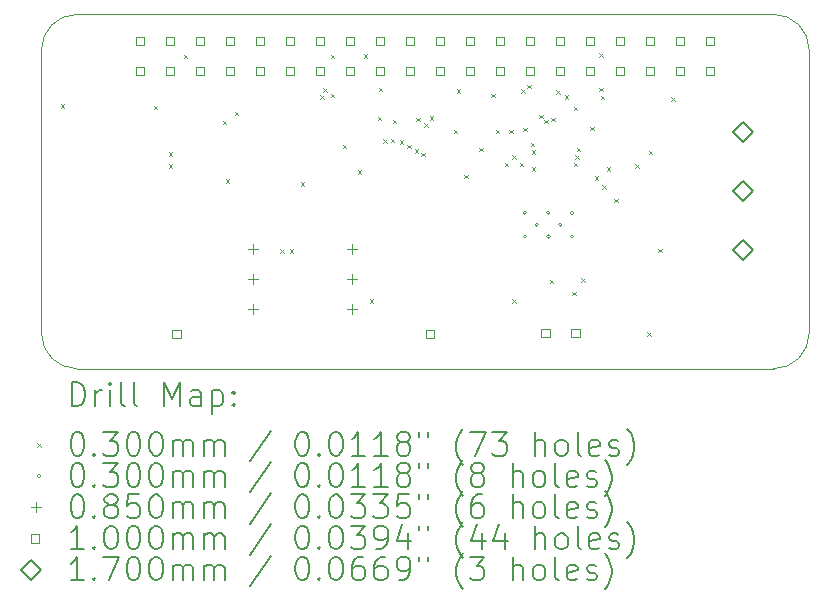
<source format=gbr>
%TF.GenerationSoftware,KiCad,Pcbnew,8.0.8*%
%TF.CreationDate,2025-02-13T13:17:44+02:00*%
%TF.ProjectId,civic_serializer,63697669-635f-4736-9572-69616c697a65,rev?*%
%TF.SameCoordinates,Original*%
%TF.FileFunction,Drillmap*%
%TF.FilePolarity,Positive*%
%FSLAX45Y45*%
G04 Gerber Fmt 4.5, Leading zero omitted, Abs format (unit mm)*
G04 Created by KiCad (PCBNEW 8.0.8) date 2025-02-13 13:17:44*
%MOMM*%
%LPD*%
G01*
G04 APERTURE LIST*
%ADD10C,0.100000*%
%ADD11C,0.200000*%
%ADD12C,0.170000*%
G04 APERTURE END LIST*
D10*
X16200000Y-7000000D02*
G75*
G02*
X16500000Y-7300000I0J-300000D01*
G01*
X16500000Y-9700000D02*
X16500000Y-7300000D01*
X10000000Y-7300000D02*
X10000000Y-9700000D01*
X10300000Y-10000000D02*
G75*
G02*
X10000000Y-9700000I0J300000D01*
G01*
X10300000Y-10000000D02*
X16200000Y-10000000D01*
X16500000Y-9700000D02*
G75*
G02*
X16200000Y-10000000I-300000J0D01*
G01*
X10000000Y-7300000D02*
G75*
G02*
X10300000Y-7000000I300000J0D01*
G01*
X16200000Y-7000000D02*
X10300000Y-7000000D01*
D11*
D10*
X10162800Y-7762500D02*
X10192800Y-7792500D01*
X10192800Y-7762500D02*
X10162800Y-7792500D01*
X10950200Y-7775200D02*
X10980200Y-7805200D01*
X10980200Y-7775200D02*
X10950200Y-7805200D01*
X11077200Y-8168900D02*
X11107200Y-8198900D01*
X11107200Y-8168900D02*
X11077200Y-8198900D01*
X11077200Y-8270500D02*
X11107200Y-8300500D01*
X11107200Y-8270500D02*
X11077200Y-8300500D01*
X11204200Y-7343400D02*
X11234200Y-7373400D01*
X11234200Y-7343400D02*
X11204200Y-7373400D01*
X11534400Y-7902200D02*
X11564400Y-7932200D01*
X11564400Y-7902200D02*
X11534400Y-7932200D01*
X11559800Y-8397500D02*
X11589800Y-8427500D01*
X11589800Y-8397500D02*
X11559800Y-8427500D01*
X11636000Y-7826000D02*
X11666000Y-7856000D01*
X11666000Y-7826000D02*
X11636000Y-7856000D01*
X12022080Y-8989320D02*
X12052080Y-9019320D01*
X12052080Y-8989320D02*
X12022080Y-9019320D01*
X12103360Y-8989320D02*
X12133360Y-9019320D01*
X12133360Y-8989320D02*
X12103360Y-9019320D01*
X12194800Y-8420550D02*
X12224800Y-8450550D01*
X12224800Y-8420550D02*
X12194800Y-8450550D01*
X12359900Y-7686300D02*
X12389900Y-7716300D01*
X12389900Y-7686300D02*
X12359900Y-7716300D01*
X12385300Y-7626250D02*
X12415300Y-7656250D01*
X12415300Y-7626250D02*
X12385300Y-7656250D01*
X12448800Y-7343400D02*
X12478800Y-7373400D01*
X12478800Y-7343400D02*
X12448800Y-7373400D01*
X12448800Y-7673600D02*
X12478800Y-7703600D01*
X12478800Y-7673600D02*
X12448800Y-7703600D01*
X12550400Y-8105400D02*
X12580400Y-8135400D01*
X12580400Y-8105400D02*
X12550400Y-8135400D01*
X12677400Y-8321300D02*
X12707400Y-8351300D01*
X12707400Y-8321300D02*
X12677400Y-8351300D01*
X12728200Y-7336200D02*
X12758200Y-7366200D01*
X12758200Y-7336200D02*
X12728200Y-7366200D01*
X12779000Y-9413500D02*
X12809000Y-9443500D01*
X12809000Y-9413500D02*
X12779000Y-9443500D01*
X12846825Y-7868425D02*
X12876825Y-7898425D01*
X12876825Y-7868425D02*
X12846825Y-7898425D01*
X12855200Y-7622800D02*
X12885200Y-7652800D01*
X12885200Y-7622800D02*
X12855200Y-7652800D01*
X12892201Y-8055634D02*
X12922201Y-8085634D01*
X12922201Y-8055634D02*
X12892201Y-8085634D01*
X12956800Y-8054600D02*
X12986800Y-8084600D01*
X12986800Y-8054600D02*
X12956800Y-8084600D01*
X12974255Y-7890470D02*
X13004255Y-7920470D01*
X13004255Y-7890470D02*
X12974255Y-7920470D01*
X13033000Y-8067300D02*
X13063000Y-8097300D01*
X13063000Y-8067300D02*
X13033000Y-8097300D01*
X13096500Y-8105400D02*
X13126500Y-8135400D01*
X13126500Y-8105400D02*
X13096500Y-8135400D01*
X13160000Y-8143500D02*
X13190000Y-8173500D01*
X13190000Y-8143500D02*
X13160000Y-8173500D01*
X13172700Y-7876800D02*
X13202700Y-7906800D01*
X13202700Y-7876800D02*
X13172700Y-7906800D01*
X13213895Y-8170180D02*
X13243895Y-8200180D01*
X13243895Y-8170180D02*
X13213895Y-8200180D01*
X13242550Y-7921250D02*
X13272550Y-7951250D01*
X13272550Y-7921250D02*
X13242550Y-7951250D01*
X13287000Y-7864100D02*
X13317000Y-7894100D01*
X13317000Y-7864100D02*
X13287000Y-7894100D01*
X13490200Y-7978400D02*
X13520200Y-8008400D01*
X13520200Y-7978400D02*
X13490200Y-8008400D01*
X13515600Y-7635500D02*
X13545600Y-7665500D01*
X13545600Y-7635500D02*
X13515600Y-7665500D01*
X13579100Y-8359400D02*
X13609100Y-8389400D01*
X13609100Y-8359400D02*
X13579100Y-8389400D01*
X13706100Y-8130800D02*
X13736100Y-8160800D01*
X13736100Y-8130800D02*
X13706100Y-8160800D01*
X13807700Y-7673600D02*
X13837700Y-7703600D01*
X13837700Y-7673600D02*
X13807700Y-7703600D01*
X13845800Y-7978400D02*
X13875800Y-8008400D01*
X13875800Y-7978400D02*
X13845800Y-8008400D01*
X13922000Y-8257800D02*
X13952000Y-8287800D01*
X13952000Y-8257800D02*
X13922000Y-8287800D01*
X13960100Y-7978400D02*
X13990100Y-8008400D01*
X13990100Y-7978400D02*
X13960100Y-8008400D01*
X13985500Y-8194300D02*
X14015500Y-8224300D01*
X14015500Y-8194300D02*
X13985500Y-8224300D01*
X13985500Y-9413500D02*
X14015500Y-9443500D01*
X14015500Y-9413500D02*
X13985500Y-9443500D01*
X14049000Y-8257800D02*
X14079000Y-8287800D01*
X14079000Y-8257800D02*
X14049000Y-8287800D01*
X14061700Y-7635500D02*
X14091700Y-7665500D01*
X14091700Y-7635500D02*
X14061700Y-7665500D01*
X14080750Y-7959350D02*
X14110750Y-7989350D01*
X14110750Y-7959350D02*
X14080750Y-7989350D01*
X14112500Y-7597400D02*
X14142500Y-7627400D01*
X14142500Y-7597400D02*
X14112500Y-7627400D01*
X14144250Y-8086350D02*
X14174250Y-8116350D01*
X14174250Y-8086350D02*
X14144250Y-8116350D01*
X14150600Y-8151600D02*
X14180600Y-8181600D01*
X14180600Y-8151600D02*
X14150600Y-8181600D01*
X14150600Y-8295900D02*
X14180600Y-8325900D01*
X14180600Y-8295900D02*
X14150600Y-8325900D01*
X14214100Y-7851400D02*
X14244100Y-7881400D01*
X14244100Y-7851400D02*
X14214100Y-7881400D01*
X14258632Y-7892984D02*
X14288632Y-7922984D01*
X14288632Y-7892984D02*
X14258632Y-7922984D01*
X14302600Y-9248400D02*
X14332600Y-9278400D01*
X14332600Y-9248400D02*
X14302600Y-9278400D01*
X14315700Y-7876800D02*
X14345700Y-7906800D01*
X14345700Y-7876800D02*
X14315700Y-7906800D01*
X14360150Y-7641850D02*
X14390150Y-7671850D01*
X14390150Y-7641850D02*
X14360150Y-7671850D01*
X14430000Y-7686300D02*
X14460000Y-7716300D01*
X14460000Y-7686300D02*
X14430000Y-7716300D01*
X14493500Y-9350000D02*
X14523500Y-9380000D01*
X14523500Y-9350000D02*
X14493500Y-9380000D01*
X14506200Y-7783850D02*
X14536200Y-7813850D01*
X14536200Y-7783850D02*
X14506200Y-7813850D01*
X14506200Y-8257800D02*
X14536200Y-8287800D01*
X14536200Y-8257800D02*
X14506200Y-8287800D01*
X14518900Y-8194300D02*
X14548900Y-8224300D01*
X14548900Y-8194300D02*
X14518900Y-8224300D01*
X14531600Y-8130800D02*
X14561600Y-8160800D01*
X14561600Y-8130800D02*
X14531600Y-8160800D01*
X14569700Y-9235700D02*
X14599700Y-9265700D01*
X14599700Y-9235700D02*
X14569700Y-9265700D01*
X14645900Y-7953000D02*
X14675900Y-7983000D01*
X14675900Y-7953000D02*
X14645900Y-7983000D01*
X14684000Y-8372100D02*
X14714000Y-8402100D01*
X14714000Y-8372100D02*
X14684000Y-8402100D01*
X14722100Y-7330700D02*
X14752100Y-7360700D01*
X14752100Y-7330700D02*
X14722100Y-7360700D01*
X14722100Y-7622800D02*
X14752100Y-7652800D01*
X14752100Y-7622800D02*
X14722100Y-7652800D01*
X14736050Y-7687550D02*
X14766050Y-7717550D01*
X14766050Y-7687550D02*
X14736050Y-7717550D01*
X14747500Y-8448300D02*
X14777500Y-8478300D01*
X14777500Y-8448300D02*
X14747500Y-8478300D01*
X14785600Y-8295900D02*
X14815600Y-8325900D01*
X14815600Y-8295900D02*
X14785600Y-8325900D01*
X14849100Y-8562600D02*
X14879100Y-8592600D01*
X14879100Y-8562600D02*
X14849100Y-8592600D01*
X15026900Y-8270500D02*
X15056900Y-8300500D01*
X15056900Y-8270500D02*
X15026900Y-8300500D01*
X15128500Y-9692900D02*
X15158500Y-9722900D01*
X15158500Y-9692900D02*
X15128500Y-9722900D01*
X15141200Y-8156200D02*
X15171200Y-8186200D01*
X15171200Y-8156200D02*
X15141200Y-8186200D01*
X15222480Y-8984240D02*
X15252480Y-9014240D01*
X15252480Y-8984240D02*
X15222480Y-9014240D01*
X15333023Y-7700323D02*
X15363023Y-7730323D01*
X15363023Y-7700323D02*
X15333023Y-7730323D01*
X14106600Y-8680800D02*
G75*
G02*
X14076600Y-8680800I-15000J0D01*
G01*
X14076600Y-8680800D02*
G75*
G02*
X14106600Y-8680800I15000J0D01*
G01*
X14107600Y-8880800D02*
G75*
G02*
X14077600Y-8880800I-15000J0D01*
G01*
X14077600Y-8880800D02*
G75*
G02*
X14107600Y-8880800I15000J0D01*
G01*
X14207600Y-8780800D02*
G75*
G02*
X14177600Y-8780800I-15000J0D01*
G01*
X14177600Y-8780800D02*
G75*
G02*
X14207600Y-8780800I15000J0D01*
G01*
X14307600Y-8679800D02*
G75*
G02*
X14277600Y-8679800I-15000J0D01*
G01*
X14277600Y-8679800D02*
G75*
G02*
X14307600Y-8679800I15000J0D01*
G01*
X14307600Y-8880800D02*
G75*
G02*
X14277600Y-8880800I-15000J0D01*
G01*
X14277600Y-8880800D02*
G75*
G02*
X14307600Y-8880800I15000J0D01*
G01*
X14407600Y-8780800D02*
G75*
G02*
X14377600Y-8780800I-15000J0D01*
G01*
X14377600Y-8780800D02*
G75*
G02*
X14407600Y-8780800I15000J0D01*
G01*
X14507600Y-8680800D02*
G75*
G02*
X14477600Y-8680800I-15000J0D01*
G01*
X14477600Y-8680800D02*
G75*
G02*
X14507600Y-8680800I15000J0D01*
G01*
X14507600Y-8880800D02*
G75*
G02*
X14477600Y-8880800I-15000J0D01*
G01*
X14477600Y-8880800D02*
G75*
G02*
X14507600Y-8880800I15000J0D01*
G01*
X11790700Y-8941500D02*
X11790700Y-9026500D01*
X11748200Y-8984000D02*
X11833200Y-8984000D01*
X11790700Y-9195500D02*
X11790700Y-9280500D01*
X11748200Y-9238000D02*
X11833200Y-9238000D01*
X11790700Y-9449500D02*
X11790700Y-9534500D01*
X11748200Y-9492000D02*
X11833200Y-9492000D01*
X12628900Y-8941500D02*
X12628900Y-9026500D01*
X12586400Y-8984000D02*
X12671400Y-8984000D01*
X12628900Y-9195500D02*
X12628900Y-9280500D01*
X12586400Y-9238000D02*
X12671400Y-9238000D01*
X12628900Y-9449500D02*
X12628900Y-9534500D01*
X12586400Y-9492000D02*
X12671400Y-9492000D01*
X10872356Y-7258356D02*
X10872356Y-7187644D01*
X10801644Y-7187644D01*
X10801644Y-7258356D01*
X10872356Y-7258356D01*
X10872356Y-7512356D02*
X10872356Y-7441644D01*
X10801644Y-7441644D01*
X10801644Y-7512356D01*
X10872356Y-7512356D01*
X11126356Y-7258356D02*
X11126356Y-7187644D01*
X11055644Y-7187644D01*
X11055644Y-7258356D01*
X11126356Y-7258356D01*
X11126356Y-7512356D02*
X11126356Y-7441644D01*
X11055644Y-7441644D01*
X11055644Y-7512356D01*
X11126356Y-7512356D01*
X11178356Y-9743256D02*
X11178356Y-9672544D01*
X11107644Y-9672544D01*
X11107644Y-9743256D01*
X11178356Y-9743256D01*
X11380356Y-7258356D02*
X11380356Y-7187644D01*
X11309644Y-7187644D01*
X11309644Y-7258356D01*
X11380356Y-7258356D01*
X11380356Y-7512356D02*
X11380356Y-7441644D01*
X11309644Y-7441644D01*
X11309644Y-7512356D01*
X11380356Y-7512356D01*
X11634356Y-7258356D02*
X11634356Y-7187644D01*
X11563644Y-7187644D01*
X11563644Y-7258356D01*
X11634356Y-7258356D01*
X11634356Y-7512356D02*
X11634356Y-7441644D01*
X11563644Y-7441644D01*
X11563644Y-7512356D01*
X11634356Y-7512356D01*
X11888356Y-7258356D02*
X11888356Y-7187644D01*
X11817644Y-7187644D01*
X11817644Y-7258356D01*
X11888356Y-7258356D01*
X11888356Y-7512356D02*
X11888356Y-7441644D01*
X11817644Y-7441644D01*
X11817644Y-7512356D01*
X11888356Y-7512356D01*
X12142356Y-7258356D02*
X12142356Y-7187644D01*
X12071644Y-7187644D01*
X12071644Y-7258356D01*
X12142356Y-7258356D01*
X12142356Y-7512356D02*
X12142356Y-7441644D01*
X12071644Y-7441644D01*
X12071644Y-7512356D01*
X12142356Y-7512356D01*
X12396356Y-7258356D02*
X12396356Y-7187644D01*
X12325644Y-7187644D01*
X12325644Y-7258356D01*
X12396356Y-7258356D01*
X12396356Y-7512356D02*
X12396356Y-7441644D01*
X12325644Y-7441644D01*
X12325644Y-7512356D01*
X12396356Y-7512356D01*
X12650356Y-7258356D02*
X12650356Y-7187644D01*
X12579644Y-7187644D01*
X12579644Y-7258356D01*
X12650356Y-7258356D01*
X12650356Y-7512356D02*
X12650356Y-7441644D01*
X12579644Y-7441644D01*
X12579644Y-7512356D01*
X12650356Y-7512356D01*
X12904356Y-7258356D02*
X12904356Y-7187644D01*
X12833644Y-7187644D01*
X12833644Y-7258356D01*
X12904356Y-7258356D01*
X12904356Y-7512356D02*
X12904356Y-7441644D01*
X12833644Y-7441644D01*
X12833644Y-7512356D01*
X12904356Y-7512356D01*
X13158356Y-7258356D02*
X13158356Y-7187644D01*
X13087644Y-7187644D01*
X13087644Y-7258356D01*
X13158356Y-7258356D01*
X13158356Y-7512356D02*
X13158356Y-7441644D01*
X13087644Y-7441644D01*
X13087644Y-7512356D01*
X13158356Y-7512356D01*
X13324656Y-9743256D02*
X13324656Y-9672544D01*
X13253944Y-9672544D01*
X13253944Y-9743256D01*
X13324656Y-9743256D01*
X13412356Y-7258356D02*
X13412356Y-7187644D01*
X13341644Y-7187644D01*
X13341644Y-7258356D01*
X13412356Y-7258356D01*
X13412356Y-7512356D02*
X13412356Y-7441644D01*
X13341644Y-7441644D01*
X13341644Y-7512356D01*
X13412356Y-7512356D01*
X13666356Y-7258356D02*
X13666356Y-7187644D01*
X13595644Y-7187644D01*
X13595644Y-7258356D01*
X13666356Y-7258356D01*
X13666356Y-7512356D02*
X13666356Y-7441644D01*
X13595644Y-7441644D01*
X13595644Y-7512356D01*
X13666356Y-7512356D01*
X13920356Y-7258356D02*
X13920356Y-7187644D01*
X13849644Y-7187644D01*
X13849644Y-7258356D01*
X13920356Y-7258356D01*
X13920356Y-7512356D02*
X13920356Y-7441644D01*
X13849644Y-7441644D01*
X13849644Y-7512356D01*
X13920356Y-7512356D01*
X14174356Y-7258356D02*
X14174356Y-7187644D01*
X14103644Y-7187644D01*
X14103644Y-7258356D01*
X14174356Y-7258356D01*
X14174356Y-7512356D02*
X14174356Y-7441644D01*
X14103644Y-7441644D01*
X14103644Y-7512356D01*
X14174356Y-7512356D01*
X14302556Y-9730556D02*
X14302556Y-9659844D01*
X14231844Y-9659844D01*
X14231844Y-9730556D01*
X14302556Y-9730556D01*
X14428356Y-7258356D02*
X14428356Y-7187644D01*
X14357644Y-7187644D01*
X14357644Y-7258356D01*
X14428356Y-7258356D01*
X14428356Y-7512356D02*
X14428356Y-7441644D01*
X14357644Y-7441644D01*
X14357644Y-7512356D01*
X14428356Y-7512356D01*
X14556556Y-9730556D02*
X14556556Y-9659844D01*
X14485844Y-9659844D01*
X14485844Y-9730556D01*
X14556556Y-9730556D01*
X14682356Y-7258356D02*
X14682356Y-7187644D01*
X14611644Y-7187644D01*
X14611644Y-7258356D01*
X14682356Y-7258356D01*
X14682356Y-7512356D02*
X14682356Y-7441644D01*
X14611644Y-7441644D01*
X14611644Y-7512356D01*
X14682356Y-7512356D01*
X14936356Y-7258356D02*
X14936356Y-7187644D01*
X14865644Y-7187644D01*
X14865644Y-7258356D01*
X14936356Y-7258356D01*
X14936356Y-7512356D02*
X14936356Y-7441644D01*
X14865644Y-7441644D01*
X14865644Y-7512356D01*
X14936356Y-7512356D01*
X15190356Y-7258356D02*
X15190356Y-7187644D01*
X15119644Y-7187644D01*
X15119644Y-7258356D01*
X15190356Y-7258356D01*
X15190356Y-7512356D02*
X15190356Y-7441644D01*
X15119644Y-7441644D01*
X15119644Y-7512356D01*
X15190356Y-7512356D01*
X15444356Y-7258356D02*
X15444356Y-7187644D01*
X15373644Y-7187644D01*
X15373644Y-7258356D01*
X15444356Y-7258356D01*
X15444356Y-7512356D02*
X15444356Y-7441644D01*
X15373644Y-7441644D01*
X15373644Y-7512356D01*
X15444356Y-7512356D01*
X15698356Y-7258356D02*
X15698356Y-7187644D01*
X15627644Y-7187644D01*
X15627644Y-7258356D01*
X15698356Y-7258356D01*
X15698356Y-7512356D02*
X15698356Y-7441644D01*
X15627644Y-7441644D01*
X15627644Y-7512356D01*
X15698356Y-7512356D01*
D12*
X15943600Y-8078400D02*
X16028600Y-7993400D01*
X15943600Y-7908400D01*
X15858600Y-7993400D01*
X15943600Y-8078400D01*
X15943600Y-8578400D02*
X16028600Y-8493400D01*
X15943600Y-8408400D01*
X15858600Y-8493400D01*
X15943600Y-8578400D01*
X15943600Y-9078400D02*
X16028600Y-8993400D01*
X15943600Y-8908400D01*
X15858600Y-8993400D01*
X15943600Y-9078400D01*
D11*
X10255777Y-10316484D02*
X10255777Y-10116484D01*
X10255777Y-10116484D02*
X10303396Y-10116484D01*
X10303396Y-10116484D02*
X10331967Y-10126008D01*
X10331967Y-10126008D02*
X10351015Y-10145055D01*
X10351015Y-10145055D02*
X10360539Y-10164103D01*
X10360539Y-10164103D02*
X10370063Y-10202198D01*
X10370063Y-10202198D02*
X10370063Y-10230770D01*
X10370063Y-10230770D02*
X10360539Y-10268865D01*
X10360539Y-10268865D02*
X10351015Y-10287912D01*
X10351015Y-10287912D02*
X10331967Y-10306960D01*
X10331967Y-10306960D02*
X10303396Y-10316484D01*
X10303396Y-10316484D02*
X10255777Y-10316484D01*
X10455777Y-10316484D02*
X10455777Y-10183150D01*
X10455777Y-10221246D02*
X10465301Y-10202198D01*
X10465301Y-10202198D02*
X10474824Y-10192674D01*
X10474824Y-10192674D02*
X10493872Y-10183150D01*
X10493872Y-10183150D02*
X10512920Y-10183150D01*
X10579586Y-10316484D02*
X10579586Y-10183150D01*
X10579586Y-10116484D02*
X10570063Y-10126008D01*
X10570063Y-10126008D02*
X10579586Y-10135531D01*
X10579586Y-10135531D02*
X10589110Y-10126008D01*
X10589110Y-10126008D02*
X10579586Y-10116484D01*
X10579586Y-10116484D02*
X10579586Y-10135531D01*
X10703396Y-10316484D02*
X10684348Y-10306960D01*
X10684348Y-10306960D02*
X10674824Y-10287912D01*
X10674824Y-10287912D02*
X10674824Y-10116484D01*
X10808158Y-10316484D02*
X10789110Y-10306960D01*
X10789110Y-10306960D02*
X10779586Y-10287912D01*
X10779586Y-10287912D02*
X10779586Y-10116484D01*
X11036729Y-10316484D02*
X11036729Y-10116484D01*
X11036729Y-10116484D02*
X11103396Y-10259341D01*
X11103396Y-10259341D02*
X11170063Y-10116484D01*
X11170063Y-10116484D02*
X11170063Y-10316484D01*
X11351015Y-10316484D02*
X11351015Y-10211722D01*
X11351015Y-10211722D02*
X11341491Y-10192674D01*
X11341491Y-10192674D02*
X11322443Y-10183150D01*
X11322443Y-10183150D02*
X11284348Y-10183150D01*
X11284348Y-10183150D02*
X11265301Y-10192674D01*
X11351015Y-10306960D02*
X11331967Y-10316484D01*
X11331967Y-10316484D02*
X11284348Y-10316484D01*
X11284348Y-10316484D02*
X11265301Y-10306960D01*
X11265301Y-10306960D02*
X11255777Y-10287912D01*
X11255777Y-10287912D02*
X11255777Y-10268865D01*
X11255777Y-10268865D02*
X11265301Y-10249817D01*
X11265301Y-10249817D02*
X11284348Y-10240293D01*
X11284348Y-10240293D02*
X11331967Y-10240293D01*
X11331967Y-10240293D02*
X11351015Y-10230770D01*
X11446253Y-10183150D02*
X11446253Y-10383150D01*
X11446253Y-10192674D02*
X11465301Y-10183150D01*
X11465301Y-10183150D02*
X11503396Y-10183150D01*
X11503396Y-10183150D02*
X11522443Y-10192674D01*
X11522443Y-10192674D02*
X11531967Y-10202198D01*
X11531967Y-10202198D02*
X11541491Y-10221246D01*
X11541491Y-10221246D02*
X11541491Y-10278389D01*
X11541491Y-10278389D02*
X11531967Y-10297436D01*
X11531967Y-10297436D02*
X11522443Y-10306960D01*
X11522443Y-10306960D02*
X11503396Y-10316484D01*
X11503396Y-10316484D02*
X11465301Y-10316484D01*
X11465301Y-10316484D02*
X11446253Y-10306960D01*
X11627205Y-10297436D02*
X11636729Y-10306960D01*
X11636729Y-10306960D02*
X11627205Y-10316484D01*
X11627205Y-10316484D02*
X11617682Y-10306960D01*
X11617682Y-10306960D02*
X11627205Y-10297436D01*
X11627205Y-10297436D02*
X11627205Y-10316484D01*
X11627205Y-10192674D02*
X11636729Y-10202198D01*
X11636729Y-10202198D02*
X11627205Y-10211722D01*
X11627205Y-10211722D02*
X11617682Y-10202198D01*
X11617682Y-10202198D02*
X11627205Y-10192674D01*
X11627205Y-10192674D02*
X11627205Y-10211722D01*
D10*
X9965000Y-10630000D02*
X9995000Y-10660000D01*
X9995000Y-10630000D02*
X9965000Y-10660000D01*
D11*
X10293872Y-10536484D02*
X10312920Y-10536484D01*
X10312920Y-10536484D02*
X10331967Y-10546008D01*
X10331967Y-10546008D02*
X10341491Y-10555531D01*
X10341491Y-10555531D02*
X10351015Y-10574579D01*
X10351015Y-10574579D02*
X10360539Y-10612674D01*
X10360539Y-10612674D02*
X10360539Y-10660293D01*
X10360539Y-10660293D02*
X10351015Y-10698389D01*
X10351015Y-10698389D02*
X10341491Y-10717436D01*
X10341491Y-10717436D02*
X10331967Y-10726960D01*
X10331967Y-10726960D02*
X10312920Y-10736484D01*
X10312920Y-10736484D02*
X10293872Y-10736484D01*
X10293872Y-10736484D02*
X10274824Y-10726960D01*
X10274824Y-10726960D02*
X10265301Y-10717436D01*
X10265301Y-10717436D02*
X10255777Y-10698389D01*
X10255777Y-10698389D02*
X10246253Y-10660293D01*
X10246253Y-10660293D02*
X10246253Y-10612674D01*
X10246253Y-10612674D02*
X10255777Y-10574579D01*
X10255777Y-10574579D02*
X10265301Y-10555531D01*
X10265301Y-10555531D02*
X10274824Y-10546008D01*
X10274824Y-10546008D02*
X10293872Y-10536484D01*
X10446253Y-10717436D02*
X10455777Y-10726960D01*
X10455777Y-10726960D02*
X10446253Y-10736484D01*
X10446253Y-10736484D02*
X10436729Y-10726960D01*
X10436729Y-10726960D02*
X10446253Y-10717436D01*
X10446253Y-10717436D02*
X10446253Y-10736484D01*
X10522444Y-10536484D02*
X10646253Y-10536484D01*
X10646253Y-10536484D02*
X10579586Y-10612674D01*
X10579586Y-10612674D02*
X10608158Y-10612674D01*
X10608158Y-10612674D02*
X10627205Y-10622198D01*
X10627205Y-10622198D02*
X10636729Y-10631722D01*
X10636729Y-10631722D02*
X10646253Y-10650770D01*
X10646253Y-10650770D02*
X10646253Y-10698389D01*
X10646253Y-10698389D02*
X10636729Y-10717436D01*
X10636729Y-10717436D02*
X10627205Y-10726960D01*
X10627205Y-10726960D02*
X10608158Y-10736484D01*
X10608158Y-10736484D02*
X10551015Y-10736484D01*
X10551015Y-10736484D02*
X10531967Y-10726960D01*
X10531967Y-10726960D02*
X10522444Y-10717436D01*
X10770063Y-10536484D02*
X10789110Y-10536484D01*
X10789110Y-10536484D02*
X10808158Y-10546008D01*
X10808158Y-10546008D02*
X10817682Y-10555531D01*
X10817682Y-10555531D02*
X10827205Y-10574579D01*
X10827205Y-10574579D02*
X10836729Y-10612674D01*
X10836729Y-10612674D02*
X10836729Y-10660293D01*
X10836729Y-10660293D02*
X10827205Y-10698389D01*
X10827205Y-10698389D02*
X10817682Y-10717436D01*
X10817682Y-10717436D02*
X10808158Y-10726960D01*
X10808158Y-10726960D02*
X10789110Y-10736484D01*
X10789110Y-10736484D02*
X10770063Y-10736484D01*
X10770063Y-10736484D02*
X10751015Y-10726960D01*
X10751015Y-10726960D02*
X10741491Y-10717436D01*
X10741491Y-10717436D02*
X10731967Y-10698389D01*
X10731967Y-10698389D02*
X10722444Y-10660293D01*
X10722444Y-10660293D02*
X10722444Y-10612674D01*
X10722444Y-10612674D02*
X10731967Y-10574579D01*
X10731967Y-10574579D02*
X10741491Y-10555531D01*
X10741491Y-10555531D02*
X10751015Y-10546008D01*
X10751015Y-10546008D02*
X10770063Y-10536484D01*
X10960539Y-10536484D02*
X10979586Y-10536484D01*
X10979586Y-10536484D02*
X10998634Y-10546008D01*
X10998634Y-10546008D02*
X11008158Y-10555531D01*
X11008158Y-10555531D02*
X11017682Y-10574579D01*
X11017682Y-10574579D02*
X11027205Y-10612674D01*
X11027205Y-10612674D02*
X11027205Y-10660293D01*
X11027205Y-10660293D02*
X11017682Y-10698389D01*
X11017682Y-10698389D02*
X11008158Y-10717436D01*
X11008158Y-10717436D02*
X10998634Y-10726960D01*
X10998634Y-10726960D02*
X10979586Y-10736484D01*
X10979586Y-10736484D02*
X10960539Y-10736484D01*
X10960539Y-10736484D02*
X10941491Y-10726960D01*
X10941491Y-10726960D02*
X10931967Y-10717436D01*
X10931967Y-10717436D02*
X10922444Y-10698389D01*
X10922444Y-10698389D02*
X10912920Y-10660293D01*
X10912920Y-10660293D02*
X10912920Y-10612674D01*
X10912920Y-10612674D02*
X10922444Y-10574579D01*
X10922444Y-10574579D02*
X10931967Y-10555531D01*
X10931967Y-10555531D02*
X10941491Y-10546008D01*
X10941491Y-10546008D02*
X10960539Y-10536484D01*
X11112920Y-10736484D02*
X11112920Y-10603150D01*
X11112920Y-10622198D02*
X11122444Y-10612674D01*
X11122444Y-10612674D02*
X11141491Y-10603150D01*
X11141491Y-10603150D02*
X11170063Y-10603150D01*
X11170063Y-10603150D02*
X11189110Y-10612674D01*
X11189110Y-10612674D02*
X11198634Y-10631722D01*
X11198634Y-10631722D02*
X11198634Y-10736484D01*
X11198634Y-10631722D02*
X11208158Y-10612674D01*
X11208158Y-10612674D02*
X11227205Y-10603150D01*
X11227205Y-10603150D02*
X11255777Y-10603150D01*
X11255777Y-10603150D02*
X11274824Y-10612674D01*
X11274824Y-10612674D02*
X11284348Y-10631722D01*
X11284348Y-10631722D02*
X11284348Y-10736484D01*
X11379586Y-10736484D02*
X11379586Y-10603150D01*
X11379586Y-10622198D02*
X11389110Y-10612674D01*
X11389110Y-10612674D02*
X11408158Y-10603150D01*
X11408158Y-10603150D02*
X11436729Y-10603150D01*
X11436729Y-10603150D02*
X11455777Y-10612674D01*
X11455777Y-10612674D02*
X11465301Y-10631722D01*
X11465301Y-10631722D02*
X11465301Y-10736484D01*
X11465301Y-10631722D02*
X11474824Y-10612674D01*
X11474824Y-10612674D02*
X11493872Y-10603150D01*
X11493872Y-10603150D02*
X11522443Y-10603150D01*
X11522443Y-10603150D02*
X11541491Y-10612674D01*
X11541491Y-10612674D02*
X11551015Y-10631722D01*
X11551015Y-10631722D02*
X11551015Y-10736484D01*
X11941491Y-10526960D02*
X11770063Y-10784103D01*
X12198634Y-10536484D02*
X12217682Y-10536484D01*
X12217682Y-10536484D02*
X12236729Y-10546008D01*
X12236729Y-10546008D02*
X12246253Y-10555531D01*
X12246253Y-10555531D02*
X12255777Y-10574579D01*
X12255777Y-10574579D02*
X12265301Y-10612674D01*
X12265301Y-10612674D02*
X12265301Y-10660293D01*
X12265301Y-10660293D02*
X12255777Y-10698389D01*
X12255777Y-10698389D02*
X12246253Y-10717436D01*
X12246253Y-10717436D02*
X12236729Y-10726960D01*
X12236729Y-10726960D02*
X12217682Y-10736484D01*
X12217682Y-10736484D02*
X12198634Y-10736484D01*
X12198634Y-10736484D02*
X12179586Y-10726960D01*
X12179586Y-10726960D02*
X12170063Y-10717436D01*
X12170063Y-10717436D02*
X12160539Y-10698389D01*
X12160539Y-10698389D02*
X12151015Y-10660293D01*
X12151015Y-10660293D02*
X12151015Y-10612674D01*
X12151015Y-10612674D02*
X12160539Y-10574579D01*
X12160539Y-10574579D02*
X12170063Y-10555531D01*
X12170063Y-10555531D02*
X12179586Y-10546008D01*
X12179586Y-10546008D02*
X12198634Y-10536484D01*
X12351015Y-10717436D02*
X12360539Y-10726960D01*
X12360539Y-10726960D02*
X12351015Y-10736484D01*
X12351015Y-10736484D02*
X12341491Y-10726960D01*
X12341491Y-10726960D02*
X12351015Y-10717436D01*
X12351015Y-10717436D02*
X12351015Y-10736484D01*
X12484348Y-10536484D02*
X12503396Y-10536484D01*
X12503396Y-10536484D02*
X12522444Y-10546008D01*
X12522444Y-10546008D02*
X12531967Y-10555531D01*
X12531967Y-10555531D02*
X12541491Y-10574579D01*
X12541491Y-10574579D02*
X12551015Y-10612674D01*
X12551015Y-10612674D02*
X12551015Y-10660293D01*
X12551015Y-10660293D02*
X12541491Y-10698389D01*
X12541491Y-10698389D02*
X12531967Y-10717436D01*
X12531967Y-10717436D02*
X12522444Y-10726960D01*
X12522444Y-10726960D02*
X12503396Y-10736484D01*
X12503396Y-10736484D02*
X12484348Y-10736484D01*
X12484348Y-10736484D02*
X12465301Y-10726960D01*
X12465301Y-10726960D02*
X12455777Y-10717436D01*
X12455777Y-10717436D02*
X12446253Y-10698389D01*
X12446253Y-10698389D02*
X12436729Y-10660293D01*
X12436729Y-10660293D02*
X12436729Y-10612674D01*
X12436729Y-10612674D02*
X12446253Y-10574579D01*
X12446253Y-10574579D02*
X12455777Y-10555531D01*
X12455777Y-10555531D02*
X12465301Y-10546008D01*
X12465301Y-10546008D02*
X12484348Y-10536484D01*
X12741491Y-10736484D02*
X12627206Y-10736484D01*
X12684348Y-10736484D02*
X12684348Y-10536484D01*
X12684348Y-10536484D02*
X12665301Y-10565055D01*
X12665301Y-10565055D02*
X12646253Y-10584103D01*
X12646253Y-10584103D02*
X12627206Y-10593627D01*
X12931967Y-10736484D02*
X12817682Y-10736484D01*
X12874825Y-10736484D02*
X12874825Y-10536484D01*
X12874825Y-10536484D02*
X12855777Y-10565055D01*
X12855777Y-10565055D02*
X12836729Y-10584103D01*
X12836729Y-10584103D02*
X12817682Y-10593627D01*
X13046253Y-10622198D02*
X13027206Y-10612674D01*
X13027206Y-10612674D02*
X13017682Y-10603150D01*
X13017682Y-10603150D02*
X13008158Y-10584103D01*
X13008158Y-10584103D02*
X13008158Y-10574579D01*
X13008158Y-10574579D02*
X13017682Y-10555531D01*
X13017682Y-10555531D02*
X13027206Y-10546008D01*
X13027206Y-10546008D02*
X13046253Y-10536484D01*
X13046253Y-10536484D02*
X13084348Y-10536484D01*
X13084348Y-10536484D02*
X13103396Y-10546008D01*
X13103396Y-10546008D02*
X13112920Y-10555531D01*
X13112920Y-10555531D02*
X13122444Y-10574579D01*
X13122444Y-10574579D02*
X13122444Y-10584103D01*
X13122444Y-10584103D02*
X13112920Y-10603150D01*
X13112920Y-10603150D02*
X13103396Y-10612674D01*
X13103396Y-10612674D02*
X13084348Y-10622198D01*
X13084348Y-10622198D02*
X13046253Y-10622198D01*
X13046253Y-10622198D02*
X13027206Y-10631722D01*
X13027206Y-10631722D02*
X13017682Y-10641246D01*
X13017682Y-10641246D02*
X13008158Y-10660293D01*
X13008158Y-10660293D02*
X13008158Y-10698389D01*
X13008158Y-10698389D02*
X13017682Y-10717436D01*
X13017682Y-10717436D02*
X13027206Y-10726960D01*
X13027206Y-10726960D02*
X13046253Y-10736484D01*
X13046253Y-10736484D02*
X13084348Y-10736484D01*
X13084348Y-10736484D02*
X13103396Y-10726960D01*
X13103396Y-10726960D02*
X13112920Y-10717436D01*
X13112920Y-10717436D02*
X13122444Y-10698389D01*
X13122444Y-10698389D02*
X13122444Y-10660293D01*
X13122444Y-10660293D02*
X13112920Y-10641246D01*
X13112920Y-10641246D02*
X13103396Y-10631722D01*
X13103396Y-10631722D02*
X13084348Y-10622198D01*
X13198634Y-10536484D02*
X13198634Y-10574579D01*
X13274825Y-10536484D02*
X13274825Y-10574579D01*
X13570063Y-10812674D02*
X13560539Y-10803150D01*
X13560539Y-10803150D02*
X13541491Y-10774579D01*
X13541491Y-10774579D02*
X13531968Y-10755531D01*
X13531968Y-10755531D02*
X13522444Y-10726960D01*
X13522444Y-10726960D02*
X13512920Y-10679341D01*
X13512920Y-10679341D02*
X13512920Y-10641246D01*
X13512920Y-10641246D02*
X13522444Y-10593627D01*
X13522444Y-10593627D02*
X13531968Y-10565055D01*
X13531968Y-10565055D02*
X13541491Y-10546008D01*
X13541491Y-10546008D02*
X13560539Y-10517436D01*
X13560539Y-10517436D02*
X13570063Y-10507912D01*
X13627206Y-10536484D02*
X13760539Y-10536484D01*
X13760539Y-10536484D02*
X13674825Y-10736484D01*
X13817682Y-10536484D02*
X13941491Y-10536484D01*
X13941491Y-10536484D02*
X13874825Y-10612674D01*
X13874825Y-10612674D02*
X13903396Y-10612674D01*
X13903396Y-10612674D02*
X13922444Y-10622198D01*
X13922444Y-10622198D02*
X13931968Y-10631722D01*
X13931968Y-10631722D02*
X13941491Y-10650770D01*
X13941491Y-10650770D02*
X13941491Y-10698389D01*
X13941491Y-10698389D02*
X13931968Y-10717436D01*
X13931968Y-10717436D02*
X13922444Y-10726960D01*
X13922444Y-10726960D02*
X13903396Y-10736484D01*
X13903396Y-10736484D02*
X13846253Y-10736484D01*
X13846253Y-10736484D02*
X13827206Y-10726960D01*
X13827206Y-10726960D02*
X13817682Y-10717436D01*
X14179587Y-10736484D02*
X14179587Y-10536484D01*
X14265301Y-10736484D02*
X14265301Y-10631722D01*
X14265301Y-10631722D02*
X14255777Y-10612674D01*
X14255777Y-10612674D02*
X14236730Y-10603150D01*
X14236730Y-10603150D02*
X14208158Y-10603150D01*
X14208158Y-10603150D02*
X14189110Y-10612674D01*
X14189110Y-10612674D02*
X14179587Y-10622198D01*
X14389110Y-10736484D02*
X14370063Y-10726960D01*
X14370063Y-10726960D02*
X14360539Y-10717436D01*
X14360539Y-10717436D02*
X14351015Y-10698389D01*
X14351015Y-10698389D02*
X14351015Y-10641246D01*
X14351015Y-10641246D02*
X14360539Y-10622198D01*
X14360539Y-10622198D02*
X14370063Y-10612674D01*
X14370063Y-10612674D02*
X14389110Y-10603150D01*
X14389110Y-10603150D02*
X14417682Y-10603150D01*
X14417682Y-10603150D02*
X14436730Y-10612674D01*
X14436730Y-10612674D02*
X14446253Y-10622198D01*
X14446253Y-10622198D02*
X14455777Y-10641246D01*
X14455777Y-10641246D02*
X14455777Y-10698389D01*
X14455777Y-10698389D02*
X14446253Y-10717436D01*
X14446253Y-10717436D02*
X14436730Y-10726960D01*
X14436730Y-10726960D02*
X14417682Y-10736484D01*
X14417682Y-10736484D02*
X14389110Y-10736484D01*
X14570063Y-10736484D02*
X14551015Y-10726960D01*
X14551015Y-10726960D02*
X14541491Y-10707912D01*
X14541491Y-10707912D02*
X14541491Y-10536484D01*
X14722444Y-10726960D02*
X14703396Y-10736484D01*
X14703396Y-10736484D02*
X14665301Y-10736484D01*
X14665301Y-10736484D02*
X14646253Y-10726960D01*
X14646253Y-10726960D02*
X14636730Y-10707912D01*
X14636730Y-10707912D02*
X14636730Y-10631722D01*
X14636730Y-10631722D02*
X14646253Y-10612674D01*
X14646253Y-10612674D02*
X14665301Y-10603150D01*
X14665301Y-10603150D02*
X14703396Y-10603150D01*
X14703396Y-10603150D02*
X14722444Y-10612674D01*
X14722444Y-10612674D02*
X14731968Y-10631722D01*
X14731968Y-10631722D02*
X14731968Y-10650770D01*
X14731968Y-10650770D02*
X14636730Y-10669817D01*
X14808158Y-10726960D02*
X14827206Y-10736484D01*
X14827206Y-10736484D02*
X14865301Y-10736484D01*
X14865301Y-10736484D02*
X14884349Y-10726960D01*
X14884349Y-10726960D02*
X14893872Y-10707912D01*
X14893872Y-10707912D02*
X14893872Y-10698389D01*
X14893872Y-10698389D02*
X14884349Y-10679341D01*
X14884349Y-10679341D02*
X14865301Y-10669817D01*
X14865301Y-10669817D02*
X14836730Y-10669817D01*
X14836730Y-10669817D02*
X14817682Y-10660293D01*
X14817682Y-10660293D02*
X14808158Y-10641246D01*
X14808158Y-10641246D02*
X14808158Y-10631722D01*
X14808158Y-10631722D02*
X14817682Y-10612674D01*
X14817682Y-10612674D02*
X14836730Y-10603150D01*
X14836730Y-10603150D02*
X14865301Y-10603150D01*
X14865301Y-10603150D02*
X14884349Y-10612674D01*
X14960539Y-10812674D02*
X14970063Y-10803150D01*
X14970063Y-10803150D02*
X14989111Y-10774579D01*
X14989111Y-10774579D02*
X14998634Y-10755531D01*
X14998634Y-10755531D02*
X15008158Y-10726960D01*
X15008158Y-10726960D02*
X15017682Y-10679341D01*
X15017682Y-10679341D02*
X15017682Y-10641246D01*
X15017682Y-10641246D02*
X15008158Y-10593627D01*
X15008158Y-10593627D02*
X14998634Y-10565055D01*
X14998634Y-10565055D02*
X14989111Y-10546008D01*
X14989111Y-10546008D02*
X14970063Y-10517436D01*
X14970063Y-10517436D02*
X14960539Y-10507912D01*
D10*
X9995000Y-10909000D02*
G75*
G02*
X9965000Y-10909000I-15000J0D01*
G01*
X9965000Y-10909000D02*
G75*
G02*
X9995000Y-10909000I15000J0D01*
G01*
D11*
X10293872Y-10800484D02*
X10312920Y-10800484D01*
X10312920Y-10800484D02*
X10331967Y-10810008D01*
X10331967Y-10810008D02*
X10341491Y-10819531D01*
X10341491Y-10819531D02*
X10351015Y-10838579D01*
X10351015Y-10838579D02*
X10360539Y-10876674D01*
X10360539Y-10876674D02*
X10360539Y-10924293D01*
X10360539Y-10924293D02*
X10351015Y-10962389D01*
X10351015Y-10962389D02*
X10341491Y-10981436D01*
X10341491Y-10981436D02*
X10331967Y-10990960D01*
X10331967Y-10990960D02*
X10312920Y-11000484D01*
X10312920Y-11000484D02*
X10293872Y-11000484D01*
X10293872Y-11000484D02*
X10274824Y-10990960D01*
X10274824Y-10990960D02*
X10265301Y-10981436D01*
X10265301Y-10981436D02*
X10255777Y-10962389D01*
X10255777Y-10962389D02*
X10246253Y-10924293D01*
X10246253Y-10924293D02*
X10246253Y-10876674D01*
X10246253Y-10876674D02*
X10255777Y-10838579D01*
X10255777Y-10838579D02*
X10265301Y-10819531D01*
X10265301Y-10819531D02*
X10274824Y-10810008D01*
X10274824Y-10810008D02*
X10293872Y-10800484D01*
X10446253Y-10981436D02*
X10455777Y-10990960D01*
X10455777Y-10990960D02*
X10446253Y-11000484D01*
X10446253Y-11000484D02*
X10436729Y-10990960D01*
X10436729Y-10990960D02*
X10446253Y-10981436D01*
X10446253Y-10981436D02*
X10446253Y-11000484D01*
X10522444Y-10800484D02*
X10646253Y-10800484D01*
X10646253Y-10800484D02*
X10579586Y-10876674D01*
X10579586Y-10876674D02*
X10608158Y-10876674D01*
X10608158Y-10876674D02*
X10627205Y-10886198D01*
X10627205Y-10886198D02*
X10636729Y-10895722D01*
X10636729Y-10895722D02*
X10646253Y-10914770D01*
X10646253Y-10914770D02*
X10646253Y-10962389D01*
X10646253Y-10962389D02*
X10636729Y-10981436D01*
X10636729Y-10981436D02*
X10627205Y-10990960D01*
X10627205Y-10990960D02*
X10608158Y-11000484D01*
X10608158Y-11000484D02*
X10551015Y-11000484D01*
X10551015Y-11000484D02*
X10531967Y-10990960D01*
X10531967Y-10990960D02*
X10522444Y-10981436D01*
X10770063Y-10800484D02*
X10789110Y-10800484D01*
X10789110Y-10800484D02*
X10808158Y-10810008D01*
X10808158Y-10810008D02*
X10817682Y-10819531D01*
X10817682Y-10819531D02*
X10827205Y-10838579D01*
X10827205Y-10838579D02*
X10836729Y-10876674D01*
X10836729Y-10876674D02*
X10836729Y-10924293D01*
X10836729Y-10924293D02*
X10827205Y-10962389D01*
X10827205Y-10962389D02*
X10817682Y-10981436D01*
X10817682Y-10981436D02*
X10808158Y-10990960D01*
X10808158Y-10990960D02*
X10789110Y-11000484D01*
X10789110Y-11000484D02*
X10770063Y-11000484D01*
X10770063Y-11000484D02*
X10751015Y-10990960D01*
X10751015Y-10990960D02*
X10741491Y-10981436D01*
X10741491Y-10981436D02*
X10731967Y-10962389D01*
X10731967Y-10962389D02*
X10722444Y-10924293D01*
X10722444Y-10924293D02*
X10722444Y-10876674D01*
X10722444Y-10876674D02*
X10731967Y-10838579D01*
X10731967Y-10838579D02*
X10741491Y-10819531D01*
X10741491Y-10819531D02*
X10751015Y-10810008D01*
X10751015Y-10810008D02*
X10770063Y-10800484D01*
X10960539Y-10800484D02*
X10979586Y-10800484D01*
X10979586Y-10800484D02*
X10998634Y-10810008D01*
X10998634Y-10810008D02*
X11008158Y-10819531D01*
X11008158Y-10819531D02*
X11017682Y-10838579D01*
X11017682Y-10838579D02*
X11027205Y-10876674D01*
X11027205Y-10876674D02*
X11027205Y-10924293D01*
X11027205Y-10924293D02*
X11017682Y-10962389D01*
X11017682Y-10962389D02*
X11008158Y-10981436D01*
X11008158Y-10981436D02*
X10998634Y-10990960D01*
X10998634Y-10990960D02*
X10979586Y-11000484D01*
X10979586Y-11000484D02*
X10960539Y-11000484D01*
X10960539Y-11000484D02*
X10941491Y-10990960D01*
X10941491Y-10990960D02*
X10931967Y-10981436D01*
X10931967Y-10981436D02*
X10922444Y-10962389D01*
X10922444Y-10962389D02*
X10912920Y-10924293D01*
X10912920Y-10924293D02*
X10912920Y-10876674D01*
X10912920Y-10876674D02*
X10922444Y-10838579D01*
X10922444Y-10838579D02*
X10931967Y-10819531D01*
X10931967Y-10819531D02*
X10941491Y-10810008D01*
X10941491Y-10810008D02*
X10960539Y-10800484D01*
X11112920Y-11000484D02*
X11112920Y-10867150D01*
X11112920Y-10886198D02*
X11122444Y-10876674D01*
X11122444Y-10876674D02*
X11141491Y-10867150D01*
X11141491Y-10867150D02*
X11170063Y-10867150D01*
X11170063Y-10867150D02*
X11189110Y-10876674D01*
X11189110Y-10876674D02*
X11198634Y-10895722D01*
X11198634Y-10895722D02*
X11198634Y-11000484D01*
X11198634Y-10895722D02*
X11208158Y-10876674D01*
X11208158Y-10876674D02*
X11227205Y-10867150D01*
X11227205Y-10867150D02*
X11255777Y-10867150D01*
X11255777Y-10867150D02*
X11274824Y-10876674D01*
X11274824Y-10876674D02*
X11284348Y-10895722D01*
X11284348Y-10895722D02*
X11284348Y-11000484D01*
X11379586Y-11000484D02*
X11379586Y-10867150D01*
X11379586Y-10886198D02*
X11389110Y-10876674D01*
X11389110Y-10876674D02*
X11408158Y-10867150D01*
X11408158Y-10867150D02*
X11436729Y-10867150D01*
X11436729Y-10867150D02*
X11455777Y-10876674D01*
X11455777Y-10876674D02*
X11465301Y-10895722D01*
X11465301Y-10895722D02*
X11465301Y-11000484D01*
X11465301Y-10895722D02*
X11474824Y-10876674D01*
X11474824Y-10876674D02*
X11493872Y-10867150D01*
X11493872Y-10867150D02*
X11522443Y-10867150D01*
X11522443Y-10867150D02*
X11541491Y-10876674D01*
X11541491Y-10876674D02*
X11551015Y-10895722D01*
X11551015Y-10895722D02*
X11551015Y-11000484D01*
X11941491Y-10790960D02*
X11770063Y-11048103D01*
X12198634Y-10800484D02*
X12217682Y-10800484D01*
X12217682Y-10800484D02*
X12236729Y-10810008D01*
X12236729Y-10810008D02*
X12246253Y-10819531D01*
X12246253Y-10819531D02*
X12255777Y-10838579D01*
X12255777Y-10838579D02*
X12265301Y-10876674D01*
X12265301Y-10876674D02*
X12265301Y-10924293D01*
X12265301Y-10924293D02*
X12255777Y-10962389D01*
X12255777Y-10962389D02*
X12246253Y-10981436D01*
X12246253Y-10981436D02*
X12236729Y-10990960D01*
X12236729Y-10990960D02*
X12217682Y-11000484D01*
X12217682Y-11000484D02*
X12198634Y-11000484D01*
X12198634Y-11000484D02*
X12179586Y-10990960D01*
X12179586Y-10990960D02*
X12170063Y-10981436D01*
X12170063Y-10981436D02*
X12160539Y-10962389D01*
X12160539Y-10962389D02*
X12151015Y-10924293D01*
X12151015Y-10924293D02*
X12151015Y-10876674D01*
X12151015Y-10876674D02*
X12160539Y-10838579D01*
X12160539Y-10838579D02*
X12170063Y-10819531D01*
X12170063Y-10819531D02*
X12179586Y-10810008D01*
X12179586Y-10810008D02*
X12198634Y-10800484D01*
X12351015Y-10981436D02*
X12360539Y-10990960D01*
X12360539Y-10990960D02*
X12351015Y-11000484D01*
X12351015Y-11000484D02*
X12341491Y-10990960D01*
X12341491Y-10990960D02*
X12351015Y-10981436D01*
X12351015Y-10981436D02*
X12351015Y-11000484D01*
X12484348Y-10800484D02*
X12503396Y-10800484D01*
X12503396Y-10800484D02*
X12522444Y-10810008D01*
X12522444Y-10810008D02*
X12531967Y-10819531D01*
X12531967Y-10819531D02*
X12541491Y-10838579D01*
X12541491Y-10838579D02*
X12551015Y-10876674D01*
X12551015Y-10876674D02*
X12551015Y-10924293D01*
X12551015Y-10924293D02*
X12541491Y-10962389D01*
X12541491Y-10962389D02*
X12531967Y-10981436D01*
X12531967Y-10981436D02*
X12522444Y-10990960D01*
X12522444Y-10990960D02*
X12503396Y-11000484D01*
X12503396Y-11000484D02*
X12484348Y-11000484D01*
X12484348Y-11000484D02*
X12465301Y-10990960D01*
X12465301Y-10990960D02*
X12455777Y-10981436D01*
X12455777Y-10981436D02*
X12446253Y-10962389D01*
X12446253Y-10962389D02*
X12436729Y-10924293D01*
X12436729Y-10924293D02*
X12436729Y-10876674D01*
X12436729Y-10876674D02*
X12446253Y-10838579D01*
X12446253Y-10838579D02*
X12455777Y-10819531D01*
X12455777Y-10819531D02*
X12465301Y-10810008D01*
X12465301Y-10810008D02*
X12484348Y-10800484D01*
X12741491Y-11000484D02*
X12627206Y-11000484D01*
X12684348Y-11000484D02*
X12684348Y-10800484D01*
X12684348Y-10800484D02*
X12665301Y-10829055D01*
X12665301Y-10829055D02*
X12646253Y-10848103D01*
X12646253Y-10848103D02*
X12627206Y-10857627D01*
X12931967Y-11000484D02*
X12817682Y-11000484D01*
X12874825Y-11000484D02*
X12874825Y-10800484D01*
X12874825Y-10800484D02*
X12855777Y-10829055D01*
X12855777Y-10829055D02*
X12836729Y-10848103D01*
X12836729Y-10848103D02*
X12817682Y-10857627D01*
X13046253Y-10886198D02*
X13027206Y-10876674D01*
X13027206Y-10876674D02*
X13017682Y-10867150D01*
X13017682Y-10867150D02*
X13008158Y-10848103D01*
X13008158Y-10848103D02*
X13008158Y-10838579D01*
X13008158Y-10838579D02*
X13017682Y-10819531D01*
X13017682Y-10819531D02*
X13027206Y-10810008D01*
X13027206Y-10810008D02*
X13046253Y-10800484D01*
X13046253Y-10800484D02*
X13084348Y-10800484D01*
X13084348Y-10800484D02*
X13103396Y-10810008D01*
X13103396Y-10810008D02*
X13112920Y-10819531D01*
X13112920Y-10819531D02*
X13122444Y-10838579D01*
X13122444Y-10838579D02*
X13122444Y-10848103D01*
X13122444Y-10848103D02*
X13112920Y-10867150D01*
X13112920Y-10867150D02*
X13103396Y-10876674D01*
X13103396Y-10876674D02*
X13084348Y-10886198D01*
X13084348Y-10886198D02*
X13046253Y-10886198D01*
X13046253Y-10886198D02*
X13027206Y-10895722D01*
X13027206Y-10895722D02*
X13017682Y-10905246D01*
X13017682Y-10905246D02*
X13008158Y-10924293D01*
X13008158Y-10924293D02*
X13008158Y-10962389D01*
X13008158Y-10962389D02*
X13017682Y-10981436D01*
X13017682Y-10981436D02*
X13027206Y-10990960D01*
X13027206Y-10990960D02*
X13046253Y-11000484D01*
X13046253Y-11000484D02*
X13084348Y-11000484D01*
X13084348Y-11000484D02*
X13103396Y-10990960D01*
X13103396Y-10990960D02*
X13112920Y-10981436D01*
X13112920Y-10981436D02*
X13122444Y-10962389D01*
X13122444Y-10962389D02*
X13122444Y-10924293D01*
X13122444Y-10924293D02*
X13112920Y-10905246D01*
X13112920Y-10905246D02*
X13103396Y-10895722D01*
X13103396Y-10895722D02*
X13084348Y-10886198D01*
X13198634Y-10800484D02*
X13198634Y-10838579D01*
X13274825Y-10800484D02*
X13274825Y-10838579D01*
X13570063Y-11076674D02*
X13560539Y-11067150D01*
X13560539Y-11067150D02*
X13541491Y-11038579D01*
X13541491Y-11038579D02*
X13531968Y-11019531D01*
X13531968Y-11019531D02*
X13522444Y-10990960D01*
X13522444Y-10990960D02*
X13512920Y-10943341D01*
X13512920Y-10943341D02*
X13512920Y-10905246D01*
X13512920Y-10905246D02*
X13522444Y-10857627D01*
X13522444Y-10857627D02*
X13531968Y-10829055D01*
X13531968Y-10829055D02*
X13541491Y-10810008D01*
X13541491Y-10810008D02*
X13560539Y-10781436D01*
X13560539Y-10781436D02*
X13570063Y-10771912D01*
X13674825Y-10886198D02*
X13655777Y-10876674D01*
X13655777Y-10876674D02*
X13646253Y-10867150D01*
X13646253Y-10867150D02*
X13636729Y-10848103D01*
X13636729Y-10848103D02*
X13636729Y-10838579D01*
X13636729Y-10838579D02*
X13646253Y-10819531D01*
X13646253Y-10819531D02*
X13655777Y-10810008D01*
X13655777Y-10810008D02*
X13674825Y-10800484D01*
X13674825Y-10800484D02*
X13712920Y-10800484D01*
X13712920Y-10800484D02*
X13731968Y-10810008D01*
X13731968Y-10810008D02*
X13741491Y-10819531D01*
X13741491Y-10819531D02*
X13751015Y-10838579D01*
X13751015Y-10838579D02*
X13751015Y-10848103D01*
X13751015Y-10848103D02*
X13741491Y-10867150D01*
X13741491Y-10867150D02*
X13731968Y-10876674D01*
X13731968Y-10876674D02*
X13712920Y-10886198D01*
X13712920Y-10886198D02*
X13674825Y-10886198D01*
X13674825Y-10886198D02*
X13655777Y-10895722D01*
X13655777Y-10895722D02*
X13646253Y-10905246D01*
X13646253Y-10905246D02*
X13636729Y-10924293D01*
X13636729Y-10924293D02*
X13636729Y-10962389D01*
X13636729Y-10962389D02*
X13646253Y-10981436D01*
X13646253Y-10981436D02*
X13655777Y-10990960D01*
X13655777Y-10990960D02*
X13674825Y-11000484D01*
X13674825Y-11000484D02*
X13712920Y-11000484D01*
X13712920Y-11000484D02*
X13731968Y-10990960D01*
X13731968Y-10990960D02*
X13741491Y-10981436D01*
X13741491Y-10981436D02*
X13751015Y-10962389D01*
X13751015Y-10962389D02*
X13751015Y-10924293D01*
X13751015Y-10924293D02*
X13741491Y-10905246D01*
X13741491Y-10905246D02*
X13731968Y-10895722D01*
X13731968Y-10895722D02*
X13712920Y-10886198D01*
X13989110Y-11000484D02*
X13989110Y-10800484D01*
X14074825Y-11000484D02*
X14074825Y-10895722D01*
X14074825Y-10895722D02*
X14065301Y-10876674D01*
X14065301Y-10876674D02*
X14046253Y-10867150D01*
X14046253Y-10867150D02*
X14017682Y-10867150D01*
X14017682Y-10867150D02*
X13998634Y-10876674D01*
X13998634Y-10876674D02*
X13989110Y-10886198D01*
X14198634Y-11000484D02*
X14179587Y-10990960D01*
X14179587Y-10990960D02*
X14170063Y-10981436D01*
X14170063Y-10981436D02*
X14160539Y-10962389D01*
X14160539Y-10962389D02*
X14160539Y-10905246D01*
X14160539Y-10905246D02*
X14170063Y-10886198D01*
X14170063Y-10886198D02*
X14179587Y-10876674D01*
X14179587Y-10876674D02*
X14198634Y-10867150D01*
X14198634Y-10867150D02*
X14227206Y-10867150D01*
X14227206Y-10867150D02*
X14246253Y-10876674D01*
X14246253Y-10876674D02*
X14255777Y-10886198D01*
X14255777Y-10886198D02*
X14265301Y-10905246D01*
X14265301Y-10905246D02*
X14265301Y-10962389D01*
X14265301Y-10962389D02*
X14255777Y-10981436D01*
X14255777Y-10981436D02*
X14246253Y-10990960D01*
X14246253Y-10990960D02*
X14227206Y-11000484D01*
X14227206Y-11000484D02*
X14198634Y-11000484D01*
X14379587Y-11000484D02*
X14360539Y-10990960D01*
X14360539Y-10990960D02*
X14351015Y-10971912D01*
X14351015Y-10971912D02*
X14351015Y-10800484D01*
X14531968Y-10990960D02*
X14512920Y-11000484D01*
X14512920Y-11000484D02*
X14474825Y-11000484D01*
X14474825Y-11000484D02*
X14455777Y-10990960D01*
X14455777Y-10990960D02*
X14446253Y-10971912D01*
X14446253Y-10971912D02*
X14446253Y-10895722D01*
X14446253Y-10895722D02*
X14455777Y-10876674D01*
X14455777Y-10876674D02*
X14474825Y-10867150D01*
X14474825Y-10867150D02*
X14512920Y-10867150D01*
X14512920Y-10867150D02*
X14531968Y-10876674D01*
X14531968Y-10876674D02*
X14541491Y-10895722D01*
X14541491Y-10895722D02*
X14541491Y-10914770D01*
X14541491Y-10914770D02*
X14446253Y-10933817D01*
X14617682Y-10990960D02*
X14636730Y-11000484D01*
X14636730Y-11000484D02*
X14674825Y-11000484D01*
X14674825Y-11000484D02*
X14693872Y-10990960D01*
X14693872Y-10990960D02*
X14703396Y-10971912D01*
X14703396Y-10971912D02*
X14703396Y-10962389D01*
X14703396Y-10962389D02*
X14693872Y-10943341D01*
X14693872Y-10943341D02*
X14674825Y-10933817D01*
X14674825Y-10933817D02*
X14646253Y-10933817D01*
X14646253Y-10933817D02*
X14627206Y-10924293D01*
X14627206Y-10924293D02*
X14617682Y-10905246D01*
X14617682Y-10905246D02*
X14617682Y-10895722D01*
X14617682Y-10895722D02*
X14627206Y-10876674D01*
X14627206Y-10876674D02*
X14646253Y-10867150D01*
X14646253Y-10867150D02*
X14674825Y-10867150D01*
X14674825Y-10867150D02*
X14693872Y-10876674D01*
X14770063Y-11076674D02*
X14779587Y-11067150D01*
X14779587Y-11067150D02*
X14798634Y-11038579D01*
X14798634Y-11038579D02*
X14808158Y-11019531D01*
X14808158Y-11019531D02*
X14817682Y-10990960D01*
X14817682Y-10990960D02*
X14827206Y-10943341D01*
X14827206Y-10943341D02*
X14827206Y-10905246D01*
X14827206Y-10905246D02*
X14817682Y-10857627D01*
X14817682Y-10857627D02*
X14808158Y-10829055D01*
X14808158Y-10829055D02*
X14798634Y-10810008D01*
X14798634Y-10810008D02*
X14779587Y-10781436D01*
X14779587Y-10781436D02*
X14770063Y-10771912D01*
D10*
X9952500Y-11130500D02*
X9952500Y-11215500D01*
X9910000Y-11173000D02*
X9995000Y-11173000D01*
D11*
X10293872Y-11064484D02*
X10312920Y-11064484D01*
X10312920Y-11064484D02*
X10331967Y-11074008D01*
X10331967Y-11074008D02*
X10341491Y-11083531D01*
X10341491Y-11083531D02*
X10351015Y-11102579D01*
X10351015Y-11102579D02*
X10360539Y-11140674D01*
X10360539Y-11140674D02*
X10360539Y-11188293D01*
X10360539Y-11188293D02*
X10351015Y-11226388D01*
X10351015Y-11226388D02*
X10341491Y-11245436D01*
X10341491Y-11245436D02*
X10331967Y-11254960D01*
X10331967Y-11254960D02*
X10312920Y-11264484D01*
X10312920Y-11264484D02*
X10293872Y-11264484D01*
X10293872Y-11264484D02*
X10274824Y-11254960D01*
X10274824Y-11254960D02*
X10265301Y-11245436D01*
X10265301Y-11245436D02*
X10255777Y-11226388D01*
X10255777Y-11226388D02*
X10246253Y-11188293D01*
X10246253Y-11188293D02*
X10246253Y-11140674D01*
X10246253Y-11140674D02*
X10255777Y-11102579D01*
X10255777Y-11102579D02*
X10265301Y-11083531D01*
X10265301Y-11083531D02*
X10274824Y-11074008D01*
X10274824Y-11074008D02*
X10293872Y-11064484D01*
X10446253Y-11245436D02*
X10455777Y-11254960D01*
X10455777Y-11254960D02*
X10446253Y-11264484D01*
X10446253Y-11264484D02*
X10436729Y-11254960D01*
X10436729Y-11254960D02*
X10446253Y-11245436D01*
X10446253Y-11245436D02*
X10446253Y-11264484D01*
X10570063Y-11150198D02*
X10551015Y-11140674D01*
X10551015Y-11140674D02*
X10541491Y-11131150D01*
X10541491Y-11131150D02*
X10531967Y-11112103D01*
X10531967Y-11112103D02*
X10531967Y-11102579D01*
X10531967Y-11102579D02*
X10541491Y-11083531D01*
X10541491Y-11083531D02*
X10551015Y-11074008D01*
X10551015Y-11074008D02*
X10570063Y-11064484D01*
X10570063Y-11064484D02*
X10608158Y-11064484D01*
X10608158Y-11064484D02*
X10627205Y-11074008D01*
X10627205Y-11074008D02*
X10636729Y-11083531D01*
X10636729Y-11083531D02*
X10646253Y-11102579D01*
X10646253Y-11102579D02*
X10646253Y-11112103D01*
X10646253Y-11112103D02*
X10636729Y-11131150D01*
X10636729Y-11131150D02*
X10627205Y-11140674D01*
X10627205Y-11140674D02*
X10608158Y-11150198D01*
X10608158Y-11150198D02*
X10570063Y-11150198D01*
X10570063Y-11150198D02*
X10551015Y-11159722D01*
X10551015Y-11159722D02*
X10541491Y-11169246D01*
X10541491Y-11169246D02*
X10531967Y-11188293D01*
X10531967Y-11188293D02*
X10531967Y-11226388D01*
X10531967Y-11226388D02*
X10541491Y-11245436D01*
X10541491Y-11245436D02*
X10551015Y-11254960D01*
X10551015Y-11254960D02*
X10570063Y-11264484D01*
X10570063Y-11264484D02*
X10608158Y-11264484D01*
X10608158Y-11264484D02*
X10627205Y-11254960D01*
X10627205Y-11254960D02*
X10636729Y-11245436D01*
X10636729Y-11245436D02*
X10646253Y-11226388D01*
X10646253Y-11226388D02*
X10646253Y-11188293D01*
X10646253Y-11188293D02*
X10636729Y-11169246D01*
X10636729Y-11169246D02*
X10627205Y-11159722D01*
X10627205Y-11159722D02*
X10608158Y-11150198D01*
X10827205Y-11064484D02*
X10731967Y-11064484D01*
X10731967Y-11064484D02*
X10722444Y-11159722D01*
X10722444Y-11159722D02*
X10731967Y-11150198D01*
X10731967Y-11150198D02*
X10751015Y-11140674D01*
X10751015Y-11140674D02*
X10798634Y-11140674D01*
X10798634Y-11140674D02*
X10817682Y-11150198D01*
X10817682Y-11150198D02*
X10827205Y-11159722D01*
X10827205Y-11159722D02*
X10836729Y-11178770D01*
X10836729Y-11178770D02*
X10836729Y-11226388D01*
X10836729Y-11226388D02*
X10827205Y-11245436D01*
X10827205Y-11245436D02*
X10817682Y-11254960D01*
X10817682Y-11254960D02*
X10798634Y-11264484D01*
X10798634Y-11264484D02*
X10751015Y-11264484D01*
X10751015Y-11264484D02*
X10731967Y-11254960D01*
X10731967Y-11254960D02*
X10722444Y-11245436D01*
X10960539Y-11064484D02*
X10979586Y-11064484D01*
X10979586Y-11064484D02*
X10998634Y-11074008D01*
X10998634Y-11074008D02*
X11008158Y-11083531D01*
X11008158Y-11083531D02*
X11017682Y-11102579D01*
X11017682Y-11102579D02*
X11027205Y-11140674D01*
X11027205Y-11140674D02*
X11027205Y-11188293D01*
X11027205Y-11188293D02*
X11017682Y-11226388D01*
X11017682Y-11226388D02*
X11008158Y-11245436D01*
X11008158Y-11245436D02*
X10998634Y-11254960D01*
X10998634Y-11254960D02*
X10979586Y-11264484D01*
X10979586Y-11264484D02*
X10960539Y-11264484D01*
X10960539Y-11264484D02*
X10941491Y-11254960D01*
X10941491Y-11254960D02*
X10931967Y-11245436D01*
X10931967Y-11245436D02*
X10922444Y-11226388D01*
X10922444Y-11226388D02*
X10912920Y-11188293D01*
X10912920Y-11188293D02*
X10912920Y-11140674D01*
X10912920Y-11140674D02*
X10922444Y-11102579D01*
X10922444Y-11102579D02*
X10931967Y-11083531D01*
X10931967Y-11083531D02*
X10941491Y-11074008D01*
X10941491Y-11074008D02*
X10960539Y-11064484D01*
X11112920Y-11264484D02*
X11112920Y-11131150D01*
X11112920Y-11150198D02*
X11122444Y-11140674D01*
X11122444Y-11140674D02*
X11141491Y-11131150D01*
X11141491Y-11131150D02*
X11170063Y-11131150D01*
X11170063Y-11131150D02*
X11189110Y-11140674D01*
X11189110Y-11140674D02*
X11198634Y-11159722D01*
X11198634Y-11159722D02*
X11198634Y-11264484D01*
X11198634Y-11159722D02*
X11208158Y-11140674D01*
X11208158Y-11140674D02*
X11227205Y-11131150D01*
X11227205Y-11131150D02*
X11255777Y-11131150D01*
X11255777Y-11131150D02*
X11274824Y-11140674D01*
X11274824Y-11140674D02*
X11284348Y-11159722D01*
X11284348Y-11159722D02*
X11284348Y-11264484D01*
X11379586Y-11264484D02*
X11379586Y-11131150D01*
X11379586Y-11150198D02*
X11389110Y-11140674D01*
X11389110Y-11140674D02*
X11408158Y-11131150D01*
X11408158Y-11131150D02*
X11436729Y-11131150D01*
X11436729Y-11131150D02*
X11455777Y-11140674D01*
X11455777Y-11140674D02*
X11465301Y-11159722D01*
X11465301Y-11159722D02*
X11465301Y-11264484D01*
X11465301Y-11159722D02*
X11474824Y-11140674D01*
X11474824Y-11140674D02*
X11493872Y-11131150D01*
X11493872Y-11131150D02*
X11522443Y-11131150D01*
X11522443Y-11131150D02*
X11541491Y-11140674D01*
X11541491Y-11140674D02*
X11551015Y-11159722D01*
X11551015Y-11159722D02*
X11551015Y-11264484D01*
X11941491Y-11054960D02*
X11770063Y-11312103D01*
X12198634Y-11064484D02*
X12217682Y-11064484D01*
X12217682Y-11064484D02*
X12236729Y-11074008D01*
X12236729Y-11074008D02*
X12246253Y-11083531D01*
X12246253Y-11083531D02*
X12255777Y-11102579D01*
X12255777Y-11102579D02*
X12265301Y-11140674D01*
X12265301Y-11140674D02*
X12265301Y-11188293D01*
X12265301Y-11188293D02*
X12255777Y-11226388D01*
X12255777Y-11226388D02*
X12246253Y-11245436D01*
X12246253Y-11245436D02*
X12236729Y-11254960D01*
X12236729Y-11254960D02*
X12217682Y-11264484D01*
X12217682Y-11264484D02*
X12198634Y-11264484D01*
X12198634Y-11264484D02*
X12179586Y-11254960D01*
X12179586Y-11254960D02*
X12170063Y-11245436D01*
X12170063Y-11245436D02*
X12160539Y-11226388D01*
X12160539Y-11226388D02*
X12151015Y-11188293D01*
X12151015Y-11188293D02*
X12151015Y-11140674D01*
X12151015Y-11140674D02*
X12160539Y-11102579D01*
X12160539Y-11102579D02*
X12170063Y-11083531D01*
X12170063Y-11083531D02*
X12179586Y-11074008D01*
X12179586Y-11074008D02*
X12198634Y-11064484D01*
X12351015Y-11245436D02*
X12360539Y-11254960D01*
X12360539Y-11254960D02*
X12351015Y-11264484D01*
X12351015Y-11264484D02*
X12341491Y-11254960D01*
X12341491Y-11254960D02*
X12351015Y-11245436D01*
X12351015Y-11245436D02*
X12351015Y-11264484D01*
X12484348Y-11064484D02*
X12503396Y-11064484D01*
X12503396Y-11064484D02*
X12522444Y-11074008D01*
X12522444Y-11074008D02*
X12531967Y-11083531D01*
X12531967Y-11083531D02*
X12541491Y-11102579D01*
X12541491Y-11102579D02*
X12551015Y-11140674D01*
X12551015Y-11140674D02*
X12551015Y-11188293D01*
X12551015Y-11188293D02*
X12541491Y-11226388D01*
X12541491Y-11226388D02*
X12531967Y-11245436D01*
X12531967Y-11245436D02*
X12522444Y-11254960D01*
X12522444Y-11254960D02*
X12503396Y-11264484D01*
X12503396Y-11264484D02*
X12484348Y-11264484D01*
X12484348Y-11264484D02*
X12465301Y-11254960D01*
X12465301Y-11254960D02*
X12455777Y-11245436D01*
X12455777Y-11245436D02*
X12446253Y-11226388D01*
X12446253Y-11226388D02*
X12436729Y-11188293D01*
X12436729Y-11188293D02*
X12436729Y-11140674D01*
X12436729Y-11140674D02*
X12446253Y-11102579D01*
X12446253Y-11102579D02*
X12455777Y-11083531D01*
X12455777Y-11083531D02*
X12465301Y-11074008D01*
X12465301Y-11074008D02*
X12484348Y-11064484D01*
X12617682Y-11064484D02*
X12741491Y-11064484D01*
X12741491Y-11064484D02*
X12674825Y-11140674D01*
X12674825Y-11140674D02*
X12703396Y-11140674D01*
X12703396Y-11140674D02*
X12722444Y-11150198D01*
X12722444Y-11150198D02*
X12731967Y-11159722D01*
X12731967Y-11159722D02*
X12741491Y-11178770D01*
X12741491Y-11178770D02*
X12741491Y-11226388D01*
X12741491Y-11226388D02*
X12731967Y-11245436D01*
X12731967Y-11245436D02*
X12722444Y-11254960D01*
X12722444Y-11254960D02*
X12703396Y-11264484D01*
X12703396Y-11264484D02*
X12646253Y-11264484D01*
X12646253Y-11264484D02*
X12627206Y-11254960D01*
X12627206Y-11254960D02*
X12617682Y-11245436D01*
X12808158Y-11064484D02*
X12931967Y-11064484D01*
X12931967Y-11064484D02*
X12865301Y-11140674D01*
X12865301Y-11140674D02*
X12893872Y-11140674D01*
X12893872Y-11140674D02*
X12912920Y-11150198D01*
X12912920Y-11150198D02*
X12922444Y-11159722D01*
X12922444Y-11159722D02*
X12931967Y-11178770D01*
X12931967Y-11178770D02*
X12931967Y-11226388D01*
X12931967Y-11226388D02*
X12922444Y-11245436D01*
X12922444Y-11245436D02*
X12912920Y-11254960D01*
X12912920Y-11254960D02*
X12893872Y-11264484D01*
X12893872Y-11264484D02*
X12836729Y-11264484D01*
X12836729Y-11264484D02*
X12817682Y-11254960D01*
X12817682Y-11254960D02*
X12808158Y-11245436D01*
X13112920Y-11064484D02*
X13017682Y-11064484D01*
X13017682Y-11064484D02*
X13008158Y-11159722D01*
X13008158Y-11159722D02*
X13017682Y-11150198D01*
X13017682Y-11150198D02*
X13036729Y-11140674D01*
X13036729Y-11140674D02*
X13084348Y-11140674D01*
X13084348Y-11140674D02*
X13103396Y-11150198D01*
X13103396Y-11150198D02*
X13112920Y-11159722D01*
X13112920Y-11159722D02*
X13122444Y-11178770D01*
X13122444Y-11178770D02*
X13122444Y-11226388D01*
X13122444Y-11226388D02*
X13112920Y-11245436D01*
X13112920Y-11245436D02*
X13103396Y-11254960D01*
X13103396Y-11254960D02*
X13084348Y-11264484D01*
X13084348Y-11264484D02*
X13036729Y-11264484D01*
X13036729Y-11264484D02*
X13017682Y-11254960D01*
X13017682Y-11254960D02*
X13008158Y-11245436D01*
X13198634Y-11064484D02*
X13198634Y-11102579D01*
X13274825Y-11064484D02*
X13274825Y-11102579D01*
X13570063Y-11340674D02*
X13560539Y-11331150D01*
X13560539Y-11331150D02*
X13541491Y-11302579D01*
X13541491Y-11302579D02*
X13531968Y-11283531D01*
X13531968Y-11283531D02*
X13522444Y-11254960D01*
X13522444Y-11254960D02*
X13512920Y-11207341D01*
X13512920Y-11207341D02*
X13512920Y-11169246D01*
X13512920Y-11169246D02*
X13522444Y-11121627D01*
X13522444Y-11121627D02*
X13531968Y-11093055D01*
X13531968Y-11093055D02*
X13541491Y-11074008D01*
X13541491Y-11074008D02*
X13560539Y-11045436D01*
X13560539Y-11045436D02*
X13570063Y-11035912D01*
X13731968Y-11064484D02*
X13693872Y-11064484D01*
X13693872Y-11064484D02*
X13674825Y-11074008D01*
X13674825Y-11074008D02*
X13665301Y-11083531D01*
X13665301Y-11083531D02*
X13646253Y-11112103D01*
X13646253Y-11112103D02*
X13636729Y-11150198D01*
X13636729Y-11150198D02*
X13636729Y-11226388D01*
X13636729Y-11226388D02*
X13646253Y-11245436D01*
X13646253Y-11245436D02*
X13655777Y-11254960D01*
X13655777Y-11254960D02*
X13674825Y-11264484D01*
X13674825Y-11264484D02*
X13712920Y-11264484D01*
X13712920Y-11264484D02*
X13731968Y-11254960D01*
X13731968Y-11254960D02*
X13741491Y-11245436D01*
X13741491Y-11245436D02*
X13751015Y-11226388D01*
X13751015Y-11226388D02*
X13751015Y-11178770D01*
X13751015Y-11178770D02*
X13741491Y-11159722D01*
X13741491Y-11159722D02*
X13731968Y-11150198D01*
X13731968Y-11150198D02*
X13712920Y-11140674D01*
X13712920Y-11140674D02*
X13674825Y-11140674D01*
X13674825Y-11140674D02*
X13655777Y-11150198D01*
X13655777Y-11150198D02*
X13646253Y-11159722D01*
X13646253Y-11159722D02*
X13636729Y-11178770D01*
X13989110Y-11264484D02*
X13989110Y-11064484D01*
X14074825Y-11264484D02*
X14074825Y-11159722D01*
X14074825Y-11159722D02*
X14065301Y-11140674D01*
X14065301Y-11140674D02*
X14046253Y-11131150D01*
X14046253Y-11131150D02*
X14017682Y-11131150D01*
X14017682Y-11131150D02*
X13998634Y-11140674D01*
X13998634Y-11140674D02*
X13989110Y-11150198D01*
X14198634Y-11264484D02*
X14179587Y-11254960D01*
X14179587Y-11254960D02*
X14170063Y-11245436D01*
X14170063Y-11245436D02*
X14160539Y-11226388D01*
X14160539Y-11226388D02*
X14160539Y-11169246D01*
X14160539Y-11169246D02*
X14170063Y-11150198D01*
X14170063Y-11150198D02*
X14179587Y-11140674D01*
X14179587Y-11140674D02*
X14198634Y-11131150D01*
X14198634Y-11131150D02*
X14227206Y-11131150D01*
X14227206Y-11131150D02*
X14246253Y-11140674D01*
X14246253Y-11140674D02*
X14255777Y-11150198D01*
X14255777Y-11150198D02*
X14265301Y-11169246D01*
X14265301Y-11169246D02*
X14265301Y-11226388D01*
X14265301Y-11226388D02*
X14255777Y-11245436D01*
X14255777Y-11245436D02*
X14246253Y-11254960D01*
X14246253Y-11254960D02*
X14227206Y-11264484D01*
X14227206Y-11264484D02*
X14198634Y-11264484D01*
X14379587Y-11264484D02*
X14360539Y-11254960D01*
X14360539Y-11254960D02*
X14351015Y-11235912D01*
X14351015Y-11235912D02*
X14351015Y-11064484D01*
X14531968Y-11254960D02*
X14512920Y-11264484D01*
X14512920Y-11264484D02*
X14474825Y-11264484D01*
X14474825Y-11264484D02*
X14455777Y-11254960D01*
X14455777Y-11254960D02*
X14446253Y-11235912D01*
X14446253Y-11235912D02*
X14446253Y-11159722D01*
X14446253Y-11159722D02*
X14455777Y-11140674D01*
X14455777Y-11140674D02*
X14474825Y-11131150D01*
X14474825Y-11131150D02*
X14512920Y-11131150D01*
X14512920Y-11131150D02*
X14531968Y-11140674D01*
X14531968Y-11140674D02*
X14541491Y-11159722D01*
X14541491Y-11159722D02*
X14541491Y-11178770D01*
X14541491Y-11178770D02*
X14446253Y-11197817D01*
X14617682Y-11254960D02*
X14636730Y-11264484D01*
X14636730Y-11264484D02*
X14674825Y-11264484D01*
X14674825Y-11264484D02*
X14693872Y-11254960D01*
X14693872Y-11254960D02*
X14703396Y-11235912D01*
X14703396Y-11235912D02*
X14703396Y-11226388D01*
X14703396Y-11226388D02*
X14693872Y-11207341D01*
X14693872Y-11207341D02*
X14674825Y-11197817D01*
X14674825Y-11197817D02*
X14646253Y-11197817D01*
X14646253Y-11197817D02*
X14627206Y-11188293D01*
X14627206Y-11188293D02*
X14617682Y-11169246D01*
X14617682Y-11169246D02*
X14617682Y-11159722D01*
X14617682Y-11159722D02*
X14627206Y-11140674D01*
X14627206Y-11140674D02*
X14646253Y-11131150D01*
X14646253Y-11131150D02*
X14674825Y-11131150D01*
X14674825Y-11131150D02*
X14693872Y-11140674D01*
X14770063Y-11340674D02*
X14779587Y-11331150D01*
X14779587Y-11331150D02*
X14798634Y-11302579D01*
X14798634Y-11302579D02*
X14808158Y-11283531D01*
X14808158Y-11283531D02*
X14817682Y-11254960D01*
X14817682Y-11254960D02*
X14827206Y-11207341D01*
X14827206Y-11207341D02*
X14827206Y-11169246D01*
X14827206Y-11169246D02*
X14817682Y-11121627D01*
X14817682Y-11121627D02*
X14808158Y-11093055D01*
X14808158Y-11093055D02*
X14798634Y-11074008D01*
X14798634Y-11074008D02*
X14779587Y-11045436D01*
X14779587Y-11045436D02*
X14770063Y-11035912D01*
D10*
X9980356Y-11472356D02*
X9980356Y-11401644D01*
X9909644Y-11401644D01*
X9909644Y-11472356D01*
X9980356Y-11472356D01*
D11*
X10360539Y-11528484D02*
X10246253Y-11528484D01*
X10303396Y-11528484D02*
X10303396Y-11328484D01*
X10303396Y-11328484D02*
X10284348Y-11357055D01*
X10284348Y-11357055D02*
X10265301Y-11376103D01*
X10265301Y-11376103D02*
X10246253Y-11385627D01*
X10446253Y-11509436D02*
X10455777Y-11518960D01*
X10455777Y-11518960D02*
X10446253Y-11528484D01*
X10446253Y-11528484D02*
X10436729Y-11518960D01*
X10436729Y-11518960D02*
X10446253Y-11509436D01*
X10446253Y-11509436D02*
X10446253Y-11528484D01*
X10579586Y-11328484D02*
X10598634Y-11328484D01*
X10598634Y-11328484D02*
X10617682Y-11338008D01*
X10617682Y-11338008D02*
X10627205Y-11347531D01*
X10627205Y-11347531D02*
X10636729Y-11366579D01*
X10636729Y-11366579D02*
X10646253Y-11404674D01*
X10646253Y-11404674D02*
X10646253Y-11452293D01*
X10646253Y-11452293D02*
X10636729Y-11490388D01*
X10636729Y-11490388D02*
X10627205Y-11509436D01*
X10627205Y-11509436D02*
X10617682Y-11518960D01*
X10617682Y-11518960D02*
X10598634Y-11528484D01*
X10598634Y-11528484D02*
X10579586Y-11528484D01*
X10579586Y-11528484D02*
X10560539Y-11518960D01*
X10560539Y-11518960D02*
X10551015Y-11509436D01*
X10551015Y-11509436D02*
X10541491Y-11490388D01*
X10541491Y-11490388D02*
X10531967Y-11452293D01*
X10531967Y-11452293D02*
X10531967Y-11404674D01*
X10531967Y-11404674D02*
X10541491Y-11366579D01*
X10541491Y-11366579D02*
X10551015Y-11347531D01*
X10551015Y-11347531D02*
X10560539Y-11338008D01*
X10560539Y-11338008D02*
X10579586Y-11328484D01*
X10770063Y-11328484D02*
X10789110Y-11328484D01*
X10789110Y-11328484D02*
X10808158Y-11338008D01*
X10808158Y-11338008D02*
X10817682Y-11347531D01*
X10817682Y-11347531D02*
X10827205Y-11366579D01*
X10827205Y-11366579D02*
X10836729Y-11404674D01*
X10836729Y-11404674D02*
X10836729Y-11452293D01*
X10836729Y-11452293D02*
X10827205Y-11490388D01*
X10827205Y-11490388D02*
X10817682Y-11509436D01*
X10817682Y-11509436D02*
X10808158Y-11518960D01*
X10808158Y-11518960D02*
X10789110Y-11528484D01*
X10789110Y-11528484D02*
X10770063Y-11528484D01*
X10770063Y-11528484D02*
X10751015Y-11518960D01*
X10751015Y-11518960D02*
X10741491Y-11509436D01*
X10741491Y-11509436D02*
X10731967Y-11490388D01*
X10731967Y-11490388D02*
X10722444Y-11452293D01*
X10722444Y-11452293D02*
X10722444Y-11404674D01*
X10722444Y-11404674D02*
X10731967Y-11366579D01*
X10731967Y-11366579D02*
X10741491Y-11347531D01*
X10741491Y-11347531D02*
X10751015Y-11338008D01*
X10751015Y-11338008D02*
X10770063Y-11328484D01*
X10960539Y-11328484D02*
X10979586Y-11328484D01*
X10979586Y-11328484D02*
X10998634Y-11338008D01*
X10998634Y-11338008D02*
X11008158Y-11347531D01*
X11008158Y-11347531D02*
X11017682Y-11366579D01*
X11017682Y-11366579D02*
X11027205Y-11404674D01*
X11027205Y-11404674D02*
X11027205Y-11452293D01*
X11027205Y-11452293D02*
X11017682Y-11490388D01*
X11017682Y-11490388D02*
X11008158Y-11509436D01*
X11008158Y-11509436D02*
X10998634Y-11518960D01*
X10998634Y-11518960D02*
X10979586Y-11528484D01*
X10979586Y-11528484D02*
X10960539Y-11528484D01*
X10960539Y-11528484D02*
X10941491Y-11518960D01*
X10941491Y-11518960D02*
X10931967Y-11509436D01*
X10931967Y-11509436D02*
X10922444Y-11490388D01*
X10922444Y-11490388D02*
X10912920Y-11452293D01*
X10912920Y-11452293D02*
X10912920Y-11404674D01*
X10912920Y-11404674D02*
X10922444Y-11366579D01*
X10922444Y-11366579D02*
X10931967Y-11347531D01*
X10931967Y-11347531D02*
X10941491Y-11338008D01*
X10941491Y-11338008D02*
X10960539Y-11328484D01*
X11112920Y-11528484D02*
X11112920Y-11395150D01*
X11112920Y-11414198D02*
X11122444Y-11404674D01*
X11122444Y-11404674D02*
X11141491Y-11395150D01*
X11141491Y-11395150D02*
X11170063Y-11395150D01*
X11170063Y-11395150D02*
X11189110Y-11404674D01*
X11189110Y-11404674D02*
X11198634Y-11423722D01*
X11198634Y-11423722D02*
X11198634Y-11528484D01*
X11198634Y-11423722D02*
X11208158Y-11404674D01*
X11208158Y-11404674D02*
X11227205Y-11395150D01*
X11227205Y-11395150D02*
X11255777Y-11395150D01*
X11255777Y-11395150D02*
X11274824Y-11404674D01*
X11274824Y-11404674D02*
X11284348Y-11423722D01*
X11284348Y-11423722D02*
X11284348Y-11528484D01*
X11379586Y-11528484D02*
X11379586Y-11395150D01*
X11379586Y-11414198D02*
X11389110Y-11404674D01*
X11389110Y-11404674D02*
X11408158Y-11395150D01*
X11408158Y-11395150D02*
X11436729Y-11395150D01*
X11436729Y-11395150D02*
X11455777Y-11404674D01*
X11455777Y-11404674D02*
X11465301Y-11423722D01*
X11465301Y-11423722D02*
X11465301Y-11528484D01*
X11465301Y-11423722D02*
X11474824Y-11404674D01*
X11474824Y-11404674D02*
X11493872Y-11395150D01*
X11493872Y-11395150D02*
X11522443Y-11395150D01*
X11522443Y-11395150D02*
X11541491Y-11404674D01*
X11541491Y-11404674D02*
X11551015Y-11423722D01*
X11551015Y-11423722D02*
X11551015Y-11528484D01*
X11941491Y-11318960D02*
X11770063Y-11576103D01*
X12198634Y-11328484D02*
X12217682Y-11328484D01*
X12217682Y-11328484D02*
X12236729Y-11338008D01*
X12236729Y-11338008D02*
X12246253Y-11347531D01*
X12246253Y-11347531D02*
X12255777Y-11366579D01*
X12255777Y-11366579D02*
X12265301Y-11404674D01*
X12265301Y-11404674D02*
X12265301Y-11452293D01*
X12265301Y-11452293D02*
X12255777Y-11490388D01*
X12255777Y-11490388D02*
X12246253Y-11509436D01*
X12246253Y-11509436D02*
X12236729Y-11518960D01*
X12236729Y-11518960D02*
X12217682Y-11528484D01*
X12217682Y-11528484D02*
X12198634Y-11528484D01*
X12198634Y-11528484D02*
X12179586Y-11518960D01*
X12179586Y-11518960D02*
X12170063Y-11509436D01*
X12170063Y-11509436D02*
X12160539Y-11490388D01*
X12160539Y-11490388D02*
X12151015Y-11452293D01*
X12151015Y-11452293D02*
X12151015Y-11404674D01*
X12151015Y-11404674D02*
X12160539Y-11366579D01*
X12160539Y-11366579D02*
X12170063Y-11347531D01*
X12170063Y-11347531D02*
X12179586Y-11338008D01*
X12179586Y-11338008D02*
X12198634Y-11328484D01*
X12351015Y-11509436D02*
X12360539Y-11518960D01*
X12360539Y-11518960D02*
X12351015Y-11528484D01*
X12351015Y-11528484D02*
X12341491Y-11518960D01*
X12341491Y-11518960D02*
X12351015Y-11509436D01*
X12351015Y-11509436D02*
X12351015Y-11528484D01*
X12484348Y-11328484D02*
X12503396Y-11328484D01*
X12503396Y-11328484D02*
X12522444Y-11338008D01*
X12522444Y-11338008D02*
X12531967Y-11347531D01*
X12531967Y-11347531D02*
X12541491Y-11366579D01*
X12541491Y-11366579D02*
X12551015Y-11404674D01*
X12551015Y-11404674D02*
X12551015Y-11452293D01*
X12551015Y-11452293D02*
X12541491Y-11490388D01*
X12541491Y-11490388D02*
X12531967Y-11509436D01*
X12531967Y-11509436D02*
X12522444Y-11518960D01*
X12522444Y-11518960D02*
X12503396Y-11528484D01*
X12503396Y-11528484D02*
X12484348Y-11528484D01*
X12484348Y-11528484D02*
X12465301Y-11518960D01*
X12465301Y-11518960D02*
X12455777Y-11509436D01*
X12455777Y-11509436D02*
X12446253Y-11490388D01*
X12446253Y-11490388D02*
X12436729Y-11452293D01*
X12436729Y-11452293D02*
X12436729Y-11404674D01*
X12436729Y-11404674D02*
X12446253Y-11366579D01*
X12446253Y-11366579D02*
X12455777Y-11347531D01*
X12455777Y-11347531D02*
X12465301Y-11338008D01*
X12465301Y-11338008D02*
X12484348Y-11328484D01*
X12617682Y-11328484D02*
X12741491Y-11328484D01*
X12741491Y-11328484D02*
X12674825Y-11404674D01*
X12674825Y-11404674D02*
X12703396Y-11404674D01*
X12703396Y-11404674D02*
X12722444Y-11414198D01*
X12722444Y-11414198D02*
X12731967Y-11423722D01*
X12731967Y-11423722D02*
X12741491Y-11442769D01*
X12741491Y-11442769D02*
X12741491Y-11490388D01*
X12741491Y-11490388D02*
X12731967Y-11509436D01*
X12731967Y-11509436D02*
X12722444Y-11518960D01*
X12722444Y-11518960D02*
X12703396Y-11528484D01*
X12703396Y-11528484D02*
X12646253Y-11528484D01*
X12646253Y-11528484D02*
X12627206Y-11518960D01*
X12627206Y-11518960D02*
X12617682Y-11509436D01*
X12836729Y-11528484D02*
X12874825Y-11528484D01*
X12874825Y-11528484D02*
X12893872Y-11518960D01*
X12893872Y-11518960D02*
X12903396Y-11509436D01*
X12903396Y-11509436D02*
X12922444Y-11480865D01*
X12922444Y-11480865D02*
X12931967Y-11442769D01*
X12931967Y-11442769D02*
X12931967Y-11366579D01*
X12931967Y-11366579D02*
X12922444Y-11347531D01*
X12922444Y-11347531D02*
X12912920Y-11338008D01*
X12912920Y-11338008D02*
X12893872Y-11328484D01*
X12893872Y-11328484D02*
X12855777Y-11328484D01*
X12855777Y-11328484D02*
X12836729Y-11338008D01*
X12836729Y-11338008D02*
X12827206Y-11347531D01*
X12827206Y-11347531D02*
X12817682Y-11366579D01*
X12817682Y-11366579D02*
X12817682Y-11414198D01*
X12817682Y-11414198D02*
X12827206Y-11433246D01*
X12827206Y-11433246D02*
X12836729Y-11442769D01*
X12836729Y-11442769D02*
X12855777Y-11452293D01*
X12855777Y-11452293D02*
X12893872Y-11452293D01*
X12893872Y-11452293D02*
X12912920Y-11442769D01*
X12912920Y-11442769D02*
X12922444Y-11433246D01*
X12922444Y-11433246D02*
X12931967Y-11414198D01*
X13103396Y-11395150D02*
X13103396Y-11528484D01*
X13055777Y-11318960D02*
X13008158Y-11461817D01*
X13008158Y-11461817D02*
X13131967Y-11461817D01*
X13198634Y-11328484D02*
X13198634Y-11366579D01*
X13274825Y-11328484D02*
X13274825Y-11366579D01*
X13570063Y-11604674D02*
X13560539Y-11595150D01*
X13560539Y-11595150D02*
X13541491Y-11566579D01*
X13541491Y-11566579D02*
X13531968Y-11547531D01*
X13531968Y-11547531D02*
X13522444Y-11518960D01*
X13522444Y-11518960D02*
X13512920Y-11471341D01*
X13512920Y-11471341D02*
X13512920Y-11433246D01*
X13512920Y-11433246D02*
X13522444Y-11385627D01*
X13522444Y-11385627D02*
X13531968Y-11357055D01*
X13531968Y-11357055D02*
X13541491Y-11338008D01*
X13541491Y-11338008D02*
X13560539Y-11309436D01*
X13560539Y-11309436D02*
X13570063Y-11299912D01*
X13731968Y-11395150D02*
X13731968Y-11528484D01*
X13684348Y-11318960D02*
X13636729Y-11461817D01*
X13636729Y-11461817D02*
X13760539Y-11461817D01*
X13922444Y-11395150D02*
X13922444Y-11528484D01*
X13874825Y-11318960D02*
X13827206Y-11461817D01*
X13827206Y-11461817D02*
X13951015Y-11461817D01*
X14179587Y-11528484D02*
X14179587Y-11328484D01*
X14265301Y-11528484D02*
X14265301Y-11423722D01*
X14265301Y-11423722D02*
X14255777Y-11404674D01*
X14255777Y-11404674D02*
X14236730Y-11395150D01*
X14236730Y-11395150D02*
X14208158Y-11395150D01*
X14208158Y-11395150D02*
X14189110Y-11404674D01*
X14189110Y-11404674D02*
X14179587Y-11414198D01*
X14389110Y-11528484D02*
X14370063Y-11518960D01*
X14370063Y-11518960D02*
X14360539Y-11509436D01*
X14360539Y-11509436D02*
X14351015Y-11490388D01*
X14351015Y-11490388D02*
X14351015Y-11433246D01*
X14351015Y-11433246D02*
X14360539Y-11414198D01*
X14360539Y-11414198D02*
X14370063Y-11404674D01*
X14370063Y-11404674D02*
X14389110Y-11395150D01*
X14389110Y-11395150D02*
X14417682Y-11395150D01*
X14417682Y-11395150D02*
X14436730Y-11404674D01*
X14436730Y-11404674D02*
X14446253Y-11414198D01*
X14446253Y-11414198D02*
X14455777Y-11433246D01*
X14455777Y-11433246D02*
X14455777Y-11490388D01*
X14455777Y-11490388D02*
X14446253Y-11509436D01*
X14446253Y-11509436D02*
X14436730Y-11518960D01*
X14436730Y-11518960D02*
X14417682Y-11528484D01*
X14417682Y-11528484D02*
X14389110Y-11528484D01*
X14570063Y-11528484D02*
X14551015Y-11518960D01*
X14551015Y-11518960D02*
X14541491Y-11499912D01*
X14541491Y-11499912D02*
X14541491Y-11328484D01*
X14722444Y-11518960D02*
X14703396Y-11528484D01*
X14703396Y-11528484D02*
X14665301Y-11528484D01*
X14665301Y-11528484D02*
X14646253Y-11518960D01*
X14646253Y-11518960D02*
X14636730Y-11499912D01*
X14636730Y-11499912D02*
X14636730Y-11423722D01*
X14636730Y-11423722D02*
X14646253Y-11404674D01*
X14646253Y-11404674D02*
X14665301Y-11395150D01*
X14665301Y-11395150D02*
X14703396Y-11395150D01*
X14703396Y-11395150D02*
X14722444Y-11404674D01*
X14722444Y-11404674D02*
X14731968Y-11423722D01*
X14731968Y-11423722D02*
X14731968Y-11442769D01*
X14731968Y-11442769D02*
X14636730Y-11461817D01*
X14808158Y-11518960D02*
X14827206Y-11528484D01*
X14827206Y-11528484D02*
X14865301Y-11528484D01*
X14865301Y-11528484D02*
X14884349Y-11518960D01*
X14884349Y-11518960D02*
X14893872Y-11499912D01*
X14893872Y-11499912D02*
X14893872Y-11490388D01*
X14893872Y-11490388D02*
X14884349Y-11471341D01*
X14884349Y-11471341D02*
X14865301Y-11461817D01*
X14865301Y-11461817D02*
X14836730Y-11461817D01*
X14836730Y-11461817D02*
X14817682Y-11452293D01*
X14817682Y-11452293D02*
X14808158Y-11433246D01*
X14808158Y-11433246D02*
X14808158Y-11423722D01*
X14808158Y-11423722D02*
X14817682Y-11404674D01*
X14817682Y-11404674D02*
X14836730Y-11395150D01*
X14836730Y-11395150D02*
X14865301Y-11395150D01*
X14865301Y-11395150D02*
X14884349Y-11404674D01*
X14960539Y-11604674D02*
X14970063Y-11595150D01*
X14970063Y-11595150D02*
X14989111Y-11566579D01*
X14989111Y-11566579D02*
X14998634Y-11547531D01*
X14998634Y-11547531D02*
X15008158Y-11518960D01*
X15008158Y-11518960D02*
X15017682Y-11471341D01*
X15017682Y-11471341D02*
X15017682Y-11433246D01*
X15017682Y-11433246D02*
X15008158Y-11385627D01*
X15008158Y-11385627D02*
X14998634Y-11357055D01*
X14998634Y-11357055D02*
X14989111Y-11338008D01*
X14989111Y-11338008D02*
X14970063Y-11309436D01*
X14970063Y-11309436D02*
X14960539Y-11299912D01*
D12*
X9910000Y-11786000D02*
X9995000Y-11701000D01*
X9910000Y-11616000D01*
X9825000Y-11701000D01*
X9910000Y-11786000D01*
D11*
X10360539Y-11792484D02*
X10246253Y-11792484D01*
X10303396Y-11792484D02*
X10303396Y-11592484D01*
X10303396Y-11592484D02*
X10284348Y-11621055D01*
X10284348Y-11621055D02*
X10265301Y-11640103D01*
X10265301Y-11640103D02*
X10246253Y-11649627D01*
X10446253Y-11773436D02*
X10455777Y-11782960D01*
X10455777Y-11782960D02*
X10446253Y-11792484D01*
X10446253Y-11792484D02*
X10436729Y-11782960D01*
X10436729Y-11782960D02*
X10446253Y-11773436D01*
X10446253Y-11773436D02*
X10446253Y-11792484D01*
X10522444Y-11592484D02*
X10655777Y-11592484D01*
X10655777Y-11592484D02*
X10570063Y-11792484D01*
X10770063Y-11592484D02*
X10789110Y-11592484D01*
X10789110Y-11592484D02*
X10808158Y-11602008D01*
X10808158Y-11602008D02*
X10817682Y-11611531D01*
X10817682Y-11611531D02*
X10827205Y-11630579D01*
X10827205Y-11630579D02*
X10836729Y-11668674D01*
X10836729Y-11668674D02*
X10836729Y-11716293D01*
X10836729Y-11716293D02*
X10827205Y-11754388D01*
X10827205Y-11754388D02*
X10817682Y-11773436D01*
X10817682Y-11773436D02*
X10808158Y-11782960D01*
X10808158Y-11782960D02*
X10789110Y-11792484D01*
X10789110Y-11792484D02*
X10770063Y-11792484D01*
X10770063Y-11792484D02*
X10751015Y-11782960D01*
X10751015Y-11782960D02*
X10741491Y-11773436D01*
X10741491Y-11773436D02*
X10731967Y-11754388D01*
X10731967Y-11754388D02*
X10722444Y-11716293D01*
X10722444Y-11716293D02*
X10722444Y-11668674D01*
X10722444Y-11668674D02*
X10731967Y-11630579D01*
X10731967Y-11630579D02*
X10741491Y-11611531D01*
X10741491Y-11611531D02*
X10751015Y-11602008D01*
X10751015Y-11602008D02*
X10770063Y-11592484D01*
X10960539Y-11592484D02*
X10979586Y-11592484D01*
X10979586Y-11592484D02*
X10998634Y-11602008D01*
X10998634Y-11602008D02*
X11008158Y-11611531D01*
X11008158Y-11611531D02*
X11017682Y-11630579D01*
X11017682Y-11630579D02*
X11027205Y-11668674D01*
X11027205Y-11668674D02*
X11027205Y-11716293D01*
X11027205Y-11716293D02*
X11017682Y-11754388D01*
X11017682Y-11754388D02*
X11008158Y-11773436D01*
X11008158Y-11773436D02*
X10998634Y-11782960D01*
X10998634Y-11782960D02*
X10979586Y-11792484D01*
X10979586Y-11792484D02*
X10960539Y-11792484D01*
X10960539Y-11792484D02*
X10941491Y-11782960D01*
X10941491Y-11782960D02*
X10931967Y-11773436D01*
X10931967Y-11773436D02*
X10922444Y-11754388D01*
X10922444Y-11754388D02*
X10912920Y-11716293D01*
X10912920Y-11716293D02*
X10912920Y-11668674D01*
X10912920Y-11668674D02*
X10922444Y-11630579D01*
X10922444Y-11630579D02*
X10931967Y-11611531D01*
X10931967Y-11611531D02*
X10941491Y-11602008D01*
X10941491Y-11602008D02*
X10960539Y-11592484D01*
X11112920Y-11792484D02*
X11112920Y-11659150D01*
X11112920Y-11678198D02*
X11122444Y-11668674D01*
X11122444Y-11668674D02*
X11141491Y-11659150D01*
X11141491Y-11659150D02*
X11170063Y-11659150D01*
X11170063Y-11659150D02*
X11189110Y-11668674D01*
X11189110Y-11668674D02*
X11198634Y-11687722D01*
X11198634Y-11687722D02*
X11198634Y-11792484D01*
X11198634Y-11687722D02*
X11208158Y-11668674D01*
X11208158Y-11668674D02*
X11227205Y-11659150D01*
X11227205Y-11659150D02*
X11255777Y-11659150D01*
X11255777Y-11659150D02*
X11274824Y-11668674D01*
X11274824Y-11668674D02*
X11284348Y-11687722D01*
X11284348Y-11687722D02*
X11284348Y-11792484D01*
X11379586Y-11792484D02*
X11379586Y-11659150D01*
X11379586Y-11678198D02*
X11389110Y-11668674D01*
X11389110Y-11668674D02*
X11408158Y-11659150D01*
X11408158Y-11659150D02*
X11436729Y-11659150D01*
X11436729Y-11659150D02*
X11455777Y-11668674D01*
X11455777Y-11668674D02*
X11465301Y-11687722D01*
X11465301Y-11687722D02*
X11465301Y-11792484D01*
X11465301Y-11687722D02*
X11474824Y-11668674D01*
X11474824Y-11668674D02*
X11493872Y-11659150D01*
X11493872Y-11659150D02*
X11522443Y-11659150D01*
X11522443Y-11659150D02*
X11541491Y-11668674D01*
X11541491Y-11668674D02*
X11551015Y-11687722D01*
X11551015Y-11687722D02*
X11551015Y-11792484D01*
X11941491Y-11582960D02*
X11770063Y-11840103D01*
X12198634Y-11592484D02*
X12217682Y-11592484D01*
X12217682Y-11592484D02*
X12236729Y-11602008D01*
X12236729Y-11602008D02*
X12246253Y-11611531D01*
X12246253Y-11611531D02*
X12255777Y-11630579D01*
X12255777Y-11630579D02*
X12265301Y-11668674D01*
X12265301Y-11668674D02*
X12265301Y-11716293D01*
X12265301Y-11716293D02*
X12255777Y-11754388D01*
X12255777Y-11754388D02*
X12246253Y-11773436D01*
X12246253Y-11773436D02*
X12236729Y-11782960D01*
X12236729Y-11782960D02*
X12217682Y-11792484D01*
X12217682Y-11792484D02*
X12198634Y-11792484D01*
X12198634Y-11792484D02*
X12179586Y-11782960D01*
X12179586Y-11782960D02*
X12170063Y-11773436D01*
X12170063Y-11773436D02*
X12160539Y-11754388D01*
X12160539Y-11754388D02*
X12151015Y-11716293D01*
X12151015Y-11716293D02*
X12151015Y-11668674D01*
X12151015Y-11668674D02*
X12160539Y-11630579D01*
X12160539Y-11630579D02*
X12170063Y-11611531D01*
X12170063Y-11611531D02*
X12179586Y-11602008D01*
X12179586Y-11602008D02*
X12198634Y-11592484D01*
X12351015Y-11773436D02*
X12360539Y-11782960D01*
X12360539Y-11782960D02*
X12351015Y-11792484D01*
X12351015Y-11792484D02*
X12341491Y-11782960D01*
X12341491Y-11782960D02*
X12351015Y-11773436D01*
X12351015Y-11773436D02*
X12351015Y-11792484D01*
X12484348Y-11592484D02*
X12503396Y-11592484D01*
X12503396Y-11592484D02*
X12522444Y-11602008D01*
X12522444Y-11602008D02*
X12531967Y-11611531D01*
X12531967Y-11611531D02*
X12541491Y-11630579D01*
X12541491Y-11630579D02*
X12551015Y-11668674D01*
X12551015Y-11668674D02*
X12551015Y-11716293D01*
X12551015Y-11716293D02*
X12541491Y-11754388D01*
X12541491Y-11754388D02*
X12531967Y-11773436D01*
X12531967Y-11773436D02*
X12522444Y-11782960D01*
X12522444Y-11782960D02*
X12503396Y-11792484D01*
X12503396Y-11792484D02*
X12484348Y-11792484D01*
X12484348Y-11792484D02*
X12465301Y-11782960D01*
X12465301Y-11782960D02*
X12455777Y-11773436D01*
X12455777Y-11773436D02*
X12446253Y-11754388D01*
X12446253Y-11754388D02*
X12436729Y-11716293D01*
X12436729Y-11716293D02*
X12436729Y-11668674D01*
X12436729Y-11668674D02*
X12446253Y-11630579D01*
X12446253Y-11630579D02*
X12455777Y-11611531D01*
X12455777Y-11611531D02*
X12465301Y-11602008D01*
X12465301Y-11602008D02*
X12484348Y-11592484D01*
X12722444Y-11592484D02*
X12684348Y-11592484D01*
X12684348Y-11592484D02*
X12665301Y-11602008D01*
X12665301Y-11602008D02*
X12655777Y-11611531D01*
X12655777Y-11611531D02*
X12636729Y-11640103D01*
X12636729Y-11640103D02*
X12627206Y-11678198D01*
X12627206Y-11678198D02*
X12627206Y-11754388D01*
X12627206Y-11754388D02*
X12636729Y-11773436D01*
X12636729Y-11773436D02*
X12646253Y-11782960D01*
X12646253Y-11782960D02*
X12665301Y-11792484D01*
X12665301Y-11792484D02*
X12703396Y-11792484D01*
X12703396Y-11792484D02*
X12722444Y-11782960D01*
X12722444Y-11782960D02*
X12731967Y-11773436D01*
X12731967Y-11773436D02*
X12741491Y-11754388D01*
X12741491Y-11754388D02*
X12741491Y-11706769D01*
X12741491Y-11706769D02*
X12731967Y-11687722D01*
X12731967Y-11687722D02*
X12722444Y-11678198D01*
X12722444Y-11678198D02*
X12703396Y-11668674D01*
X12703396Y-11668674D02*
X12665301Y-11668674D01*
X12665301Y-11668674D02*
X12646253Y-11678198D01*
X12646253Y-11678198D02*
X12636729Y-11687722D01*
X12636729Y-11687722D02*
X12627206Y-11706769D01*
X12912920Y-11592484D02*
X12874825Y-11592484D01*
X12874825Y-11592484D02*
X12855777Y-11602008D01*
X12855777Y-11602008D02*
X12846253Y-11611531D01*
X12846253Y-11611531D02*
X12827206Y-11640103D01*
X12827206Y-11640103D02*
X12817682Y-11678198D01*
X12817682Y-11678198D02*
X12817682Y-11754388D01*
X12817682Y-11754388D02*
X12827206Y-11773436D01*
X12827206Y-11773436D02*
X12836729Y-11782960D01*
X12836729Y-11782960D02*
X12855777Y-11792484D01*
X12855777Y-11792484D02*
X12893872Y-11792484D01*
X12893872Y-11792484D02*
X12912920Y-11782960D01*
X12912920Y-11782960D02*
X12922444Y-11773436D01*
X12922444Y-11773436D02*
X12931967Y-11754388D01*
X12931967Y-11754388D02*
X12931967Y-11706769D01*
X12931967Y-11706769D02*
X12922444Y-11687722D01*
X12922444Y-11687722D02*
X12912920Y-11678198D01*
X12912920Y-11678198D02*
X12893872Y-11668674D01*
X12893872Y-11668674D02*
X12855777Y-11668674D01*
X12855777Y-11668674D02*
X12836729Y-11678198D01*
X12836729Y-11678198D02*
X12827206Y-11687722D01*
X12827206Y-11687722D02*
X12817682Y-11706769D01*
X13027206Y-11792484D02*
X13065301Y-11792484D01*
X13065301Y-11792484D02*
X13084348Y-11782960D01*
X13084348Y-11782960D02*
X13093872Y-11773436D01*
X13093872Y-11773436D02*
X13112920Y-11744865D01*
X13112920Y-11744865D02*
X13122444Y-11706769D01*
X13122444Y-11706769D02*
X13122444Y-11630579D01*
X13122444Y-11630579D02*
X13112920Y-11611531D01*
X13112920Y-11611531D02*
X13103396Y-11602008D01*
X13103396Y-11602008D02*
X13084348Y-11592484D01*
X13084348Y-11592484D02*
X13046253Y-11592484D01*
X13046253Y-11592484D02*
X13027206Y-11602008D01*
X13027206Y-11602008D02*
X13017682Y-11611531D01*
X13017682Y-11611531D02*
X13008158Y-11630579D01*
X13008158Y-11630579D02*
X13008158Y-11678198D01*
X13008158Y-11678198D02*
X13017682Y-11697246D01*
X13017682Y-11697246D02*
X13027206Y-11706769D01*
X13027206Y-11706769D02*
X13046253Y-11716293D01*
X13046253Y-11716293D02*
X13084348Y-11716293D01*
X13084348Y-11716293D02*
X13103396Y-11706769D01*
X13103396Y-11706769D02*
X13112920Y-11697246D01*
X13112920Y-11697246D02*
X13122444Y-11678198D01*
X13198634Y-11592484D02*
X13198634Y-11630579D01*
X13274825Y-11592484D02*
X13274825Y-11630579D01*
X13570063Y-11868674D02*
X13560539Y-11859150D01*
X13560539Y-11859150D02*
X13541491Y-11830579D01*
X13541491Y-11830579D02*
X13531968Y-11811531D01*
X13531968Y-11811531D02*
X13522444Y-11782960D01*
X13522444Y-11782960D02*
X13512920Y-11735341D01*
X13512920Y-11735341D02*
X13512920Y-11697246D01*
X13512920Y-11697246D02*
X13522444Y-11649627D01*
X13522444Y-11649627D02*
X13531968Y-11621055D01*
X13531968Y-11621055D02*
X13541491Y-11602008D01*
X13541491Y-11602008D02*
X13560539Y-11573436D01*
X13560539Y-11573436D02*
X13570063Y-11563912D01*
X13627206Y-11592484D02*
X13751015Y-11592484D01*
X13751015Y-11592484D02*
X13684348Y-11668674D01*
X13684348Y-11668674D02*
X13712920Y-11668674D01*
X13712920Y-11668674D02*
X13731968Y-11678198D01*
X13731968Y-11678198D02*
X13741491Y-11687722D01*
X13741491Y-11687722D02*
X13751015Y-11706769D01*
X13751015Y-11706769D02*
X13751015Y-11754388D01*
X13751015Y-11754388D02*
X13741491Y-11773436D01*
X13741491Y-11773436D02*
X13731968Y-11782960D01*
X13731968Y-11782960D02*
X13712920Y-11792484D01*
X13712920Y-11792484D02*
X13655777Y-11792484D01*
X13655777Y-11792484D02*
X13636729Y-11782960D01*
X13636729Y-11782960D02*
X13627206Y-11773436D01*
X13989110Y-11792484D02*
X13989110Y-11592484D01*
X14074825Y-11792484D02*
X14074825Y-11687722D01*
X14074825Y-11687722D02*
X14065301Y-11668674D01*
X14065301Y-11668674D02*
X14046253Y-11659150D01*
X14046253Y-11659150D02*
X14017682Y-11659150D01*
X14017682Y-11659150D02*
X13998634Y-11668674D01*
X13998634Y-11668674D02*
X13989110Y-11678198D01*
X14198634Y-11792484D02*
X14179587Y-11782960D01*
X14179587Y-11782960D02*
X14170063Y-11773436D01*
X14170063Y-11773436D02*
X14160539Y-11754388D01*
X14160539Y-11754388D02*
X14160539Y-11697246D01*
X14160539Y-11697246D02*
X14170063Y-11678198D01*
X14170063Y-11678198D02*
X14179587Y-11668674D01*
X14179587Y-11668674D02*
X14198634Y-11659150D01*
X14198634Y-11659150D02*
X14227206Y-11659150D01*
X14227206Y-11659150D02*
X14246253Y-11668674D01*
X14246253Y-11668674D02*
X14255777Y-11678198D01*
X14255777Y-11678198D02*
X14265301Y-11697246D01*
X14265301Y-11697246D02*
X14265301Y-11754388D01*
X14265301Y-11754388D02*
X14255777Y-11773436D01*
X14255777Y-11773436D02*
X14246253Y-11782960D01*
X14246253Y-11782960D02*
X14227206Y-11792484D01*
X14227206Y-11792484D02*
X14198634Y-11792484D01*
X14379587Y-11792484D02*
X14360539Y-11782960D01*
X14360539Y-11782960D02*
X14351015Y-11763912D01*
X14351015Y-11763912D02*
X14351015Y-11592484D01*
X14531968Y-11782960D02*
X14512920Y-11792484D01*
X14512920Y-11792484D02*
X14474825Y-11792484D01*
X14474825Y-11792484D02*
X14455777Y-11782960D01*
X14455777Y-11782960D02*
X14446253Y-11763912D01*
X14446253Y-11763912D02*
X14446253Y-11687722D01*
X14446253Y-11687722D02*
X14455777Y-11668674D01*
X14455777Y-11668674D02*
X14474825Y-11659150D01*
X14474825Y-11659150D02*
X14512920Y-11659150D01*
X14512920Y-11659150D02*
X14531968Y-11668674D01*
X14531968Y-11668674D02*
X14541491Y-11687722D01*
X14541491Y-11687722D02*
X14541491Y-11706769D01*
X14541491Y-11706769D02*
X14446253Y-11725817D01*
X14617682Y-11782960D02*
X14636730Y-11792484D01*
X14636730Y-11792484D02*
X14674825Y-11792484D01*
X14674825Y-11792484D02*
X14693872Y-11782960D01*
X14693872Y-11782960D02*
X14703396Y-11763912D01*
X14703396Y-11763912D02*
X14703396Y-11754388D01*
X14703396Y-11754388D02*
X14693872Y-11735341D01*
X14693872Y-11735341D02*
X14674825Y-11725817D01*
X14674825Y-11725817D02*
X14646253Y-11725817D01*
X14646253Y-11725817D02*
X14627206Y-11716293D01*
X14627206Y-11716293D02*
X14617682Y-11697246D01*
X14617682Y-11697246D02*
X14617682Y-11687722D01*
X14617682Y-11687722D02*
X14627206Y-11668674D01*
X14627206Y-11668674D02*
X14646253Y-11659150D01*
X14646253Y-11659150D02*
X14674825Y-11659150D01*
X14674825Y-11659150D02*
X14693872Y-11668674D01*
X14770063Y-11868674D02*
X14779587Y-11859150D01*
X14779587Y-11859150D02*
X14798634Y-11830579D01*
X14798634Y-11830579D02*
X14808158Y-11811531D01*
X14808158Y-11811531D02*
X14817682Y-11782960D01*
X14817682Y-11782960D02*
X14827206Y-11735341D01*
X14827206Y-11735341D02*
X14827206Y-11697246D01*
X14827206Y-11697246D02*
X14817682Y-11649627D01*
X14817682Y-11649627D02*
X14808158Y-11621055D01*
X14808158Y-11621055D02*
X14798634Y-11602008D01*
X14798634Y-11602008D02*
X14779587Y-11573436D01*
X14779587Y-11573436D02*
X14770063Y-11563912D01*
M02*

</source>
